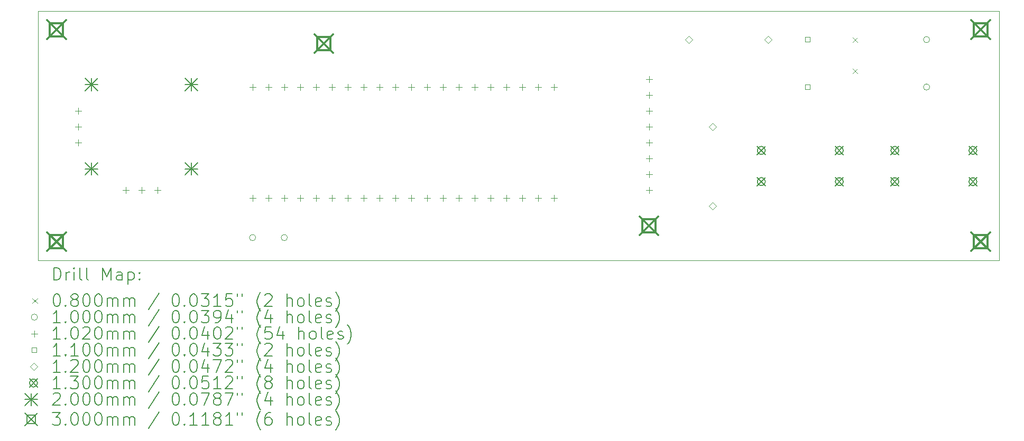
<source format=gbr>
%TF.GenerationSoftware,KiCad,Pcbnew,7.0.10*%
%TF.CreationDate,2024-02-15T20:28:41+01:00*%
%TF.ProjectId,pico_game_console,7069636f-5f67-4616-9d65-5f636f6e736f,rev?*%
%TF.SameCoordinates,Original*%
%TF.FileFunction,Drillmap*%
%TF.FilePolarity,Positive*%
%FSLAX45Y45*%
G04 Gerber Fmt 4.5, Leading zero omitted, Abs format (unit mm)*
G04 Created by KiCad (PCBNEW 7.0.10) date 2024-02-15 20:28:41*
%MOMM*%
%LPD*%
G01*
G04 APERTURE LIST*
%ADD10C,0.100000*%
%ADD11C,0.200000*%
%ADD12C,0.102000*%
%ADD13C,0.110000*%
%ADD14C,0.120000*%
%ADD15C,0.130000*%
%ADD16C,0.300000*%
G04 APERTURE END LIST*
D10*
X3800000Y-1700000D02*
X19200000Y-1700000D01*
X19200000Y-5700000D01*
X3800000Y-5700000D01*
X3800000Y-1700000D01*
D11*
D10*
X16851000Y-2123000D02*
X16931000Y-2203000D01*
X16931000Y-2123000D02*
X16851000Y-2203000D01*
X16851000Y-2623000D02*
X16931000Y-2703000D01*
X16931000Y-2623000D02*
X16851000Y-2703000D01*
X7289000Y-5334000D02*
G75*
G03*
X7189000Y-5334000I-50000J0D01*
G01*
X7189000Y-5334000D02*
G75*
G03*
X7289000Y-5334000I50000J0D01*
G01*
X7797000Y-5334000D02*
G75*
G03*
X7697000Y-5334000I-50000J0D01*
G01*
X7697000Y-5334000D02*
G75*
G03*
X7797000Y-5334000I50000J0D01*
G01*
X18084000Y-2160000D02*
G75*
G03*
X17984000Y-2160000I-50000J0D01*
G01*
X17984000Y-2160000D02*
G75*
G03*
X18084000Y-2160000I50000J0D01*
G01*
X18084000Y-2920000D02*
G75*
G03*
X17984000Y-2920000I-50000J0D01*
G01*
X17984000Y-2920000D02*
G75*
G03*
X18084000Y-2920000I50000J0D01*
G01*
D12*
X4445000Y-3251000D02*
X4445000Y-3353000D01*
X4394000Y-3302000D02*
X4496000Y-3302000D01*
X4445000Y-3505000D02*
X4445000Y-3607000D01*
X4394000Y-3556000D02*
X4496000Y-3556000D01*
X4445000Y-3759000D02*
X4445000Y-3861000D01*
X4394000Y-3810000D02*
X4496000Y-3810000D01*
X5207000Y-4521000D02*
X5207000Y-4623000D01*
X5156000Y-4572000D02*
X5258000Y-4572000D01*
X5461000Y-4521000D02*
X5461000Y-4623000D01*
X5410000Y-4572000D02*
X5512000Y-4572000D01*
X5715000Y-4521000D02*
X5715000Y-4623000D01*
X5664000Y-4572000D02*
X5766000Y-4572000D01*
X7239000Y-2870000D02*
X7239000Y-2972000D01*
X7188000Y-2921000D02*
X7290000Y-2921000D01*
X7239000Y-4648000D02*
X7239000Y-4750000D01*
X7188000Y-4699000D02*
X7290000Y-4699000D01*
X7493000Y-2870000D02*
X7493000Y-2972000D01*
X7442000Y-2921000D02*
X7544000Y-2921000D01*
X7493000Y-4648000D02*
X7493000Y-4750000D01*
X7442000Y-4699000D02*
X7544000Y-4699000D01*
X7747000Y-2870000D02*
X7747000Y-2972000D01*
X7696000Y-2921000D02*
X7798000Y-2921000D01*
X7747000Y-4648000D02*
X7747000Y-4750000D01*
X7696000Y-4699000D02*
X7798000Y-4699000D01*
X8001000Y-2870000D02*
X8001000Y-2972000D01*
X7950000Y-2921000D02*
X8052000Y-2921000D01*
X8001000Y-4648000D02*
X8001000Y-4750000D01*
X7950000Y-4699000D02*
X8052000Y-4699000D01*
X8255000Y-2870000D02*
X8255000Y-2972000D01*
X8204000Y-2921000D02*
X8306000Y-2921000D01*
X8255000Y-4648000D02*
X8255000Y-4750000D01*
X8204000Y-4699000D02*
X8306000Y-4699000D01*
X8509000Y-2870000D02*
X8509000Y-2972000D01*
X8458000Y-2921000D02*
X8560000Y-2921000D01*
X8509000Y-4648000D02*
X8509000Y-4750000D01*
X8458000Y-4699000D02*
X8560000Y-4699000D01*
X8763000Y-2870000D02*
X8763000Y-2972000D01*
X8712000Y-2921000D02*
X8814000Y-2921000D01*
X8763000Y-4648000D02*
X8763000Y-4750000D01*
X8712000Y-4699000D02*
X8814000Y-4699000D01*
X9017000Y-2870000D02*
X9017000Y-2972000D01*
X8966000Y-2921000D02*
X9068000Y-2921000D01*
X9017000Y-4648000D02*
X9017000Y-4750000D01*
X8966000Y-4699000D02*
X9068000Y-4699000D01*
X9271000Y-2870000D02*
X9271000Y-2972000D01*
X9220000Y-2921000D02*
X9322000Y-2921000D01*
X9271000Y-4648000D02*
X9271000Y-4750000D01*
X9220000Y-4699000D02*
X9322000Y-4699000D01*
X9525000Y-2870000D02*
X9525000Y-2972000D01*
X9474000Y-2921000D02*
X9576000Y-2921000D01*
X9525000Y-4648000D02*
X9525000Y-4750000D01*
X9474000Y-4699000D02*
X9576000Y-4699000D01*
X9779000Y-2870000D02*
X9779000Y-2972000D01*
X9728000Y-2921000D02*
X9830000Y-2921000D01*
X9779000Y-4648000D02*
X9779000Y-4750000D01*
X9728000Y-4699000D02*
X9830000Y-4699000D01*
X10033000Y-2870000D02*
X10033000Y-2972000D01*
X9982000Y-2921000D02*
X10084000Y-2921000D01*
X10033000Y-4648000D02*
X10033000Y-4750000D01*
X9982000Y-4699000D02*
X10084000Y-4699000D01*
X10287000Y-2870000D02*
X10287000Y-2972000D01*
X10236000Y-2921000D02*
X10338000Y-2921000D01*
X10287000Y-4648000D02*
X10287000Y-4750000D01*
X10236000Y-4699000D02*
X10338000Y-4699000D01*
X10541000Y-2870000D02*
X10541000Y-2972000D01*
X10490000Y-2921000D02*
X10592000Y-2921000D01*
X10541000Y-4648000D02*
X10541000Y-4750000D01*
X10490000Y-4699000D02*
X10592000Y-4699000D01*
X10795000Y-2870000D02*
X10795000Y-2972000D01*
X10744000Y-2921000D02*
X10846000Y-2921000D01*
X10795000Y-4648000D02*
X10795000Y-4750000D01*
X10744000Y-4699000D02*
X10846000Y-4699000D01*
X11049000Y-2870000D02*
X11049000Y-2972000D01*
X10998000Y-2921000D02*
X11100000Y-2921000D01*
X11049000Y-4648000D02*
X11049000Y-4750000D01*
X10998000Y-4699000D02*
X11100000Y-4699000D01*
X11303000Y-2870000D02*
X11303000Y-2972000D01*
X11252000Y-2921000D02*
X11354000Y-2921000D01*
X11303000Y-4648000D02*
X11303000Y-4750000D01*
X11252000Y-4699000D02*
X11354000Y-4699000D01*
X11557000Y-2870000D02*
X11557000Y-2972000D01*
X11506000Y-2921000D02*
X11608000Y-2921000D01*
X11557000Y-4648000D02*
X11557000Y-4750000D01*
X11506000Y-4699000D02*
X11608000Y-4699000D01*
X11811000Y-2870000D02*
X11811000Y-2972000D01*
X11760000Y-2921000D02*
X11862000Y-2921000D01*
X11811000Y-4648000D02*
X11811000Y-4750000D01*
X11760000Y-4699000D02*
X11862000Y-4699000D01*
X12065000Y-2870000D02*
X12065000Y-2972000D01*
X12014000Y-2921000D02*
X12116000Y-2921000D01*
X12065000Y-4648000D02*
X12065000Y-4750000D01*
X12014000Y-4699000D02*
X12116000Y-4699000D01*
X13589000Y-2743000D02*
X13589000Y-2845000D01*
X13538000Y-2794000D02*
X13640000Y-2794000D01*
X13589000Y-2997000D02*
X13589000Y-3099000D01*
X13538000Y-3048000D02*
X13640000Y-3048000D01*
X13589000Y-3251000D02*
X13589000Y-3353000D01*
X13538000Y-3302000D02*
X13640000Y-3302000D01*
X13589000Y-3505000D02*
X13589000Y-3607000D01*
X13538000Y-3556000D02*
X13640000Y-3556000D01*
X13589000Y-3759000D02*
X13589000Y-3861000D01*
X13538000Y-3810000D02*
X13640000Y-3810000D01*
X13589000Y-4013000D02*
X13589000Y-4115000D01*
X13538000Y-4064000D02*
X13640000Y-4064000D01*
X13589000Y-4267000D02*
X13589000Y-4369000D01*
X13538000Y-4318000D02*
X13640000Y-4318000D01*
X13589000Y-4521000D02*
X13589000Y-4623000D01*
X13538000Y-4572000D02*
X13640000Y-4572000D01*
D13*
X16167891Y-2197891D02*
X16167891Y-2120109D01*
X16090109Y-2120109D01*
X16090109Y-2197891D01*
X16167891Y-2197891D01*
X16167891Y-2959891D02*
X16167891Y-2882109D01*
X16090109Y-2882109D01*
X16090109Y-2959891D01*
X16167891Y-2959891D01*
D14*
X14224000Y-2219000D02*
X14284000Y-2159000D01*
X14224000Y-2099000D01*
X14164000Y-2159000D01*
X14224000Y-2219000D01*
X14605000Y-3616000D02*
X14665000Y-3556000D01*
X14605000Y-3496000D01*
X14545000Y-3556000D01*
X14605000Y-3616000D01*
X14605000Y-4886000D02*
X14665000Y-4826000D01*
X14605000Y-4766000D01*
X14545000Y-4826000D01*
X14605000Y-4886000D01*
X15494000Y-2219000D02*
X15554000Y-2159000D01*
X15494000Y-2099000D01*
X15434000Y-2159000D01*
X15494000Y-2219000D01*
D15*
X15322000Y-3872000D02*
X15452000Y-4002000D01*
X15452000Y-3872000D02*
X15322000Y-4002000D01*
X15452000Y-3937000D02*
G75*
G03*
X15322000Y-3937000I-65000J0D01*
G01*
X15322000Y-3937000D02*
G75*
G03*
X15452000Y-3937000I65000J0D01*
G01*
X15322000Y-4372000D02*
X15452000Y-4502000D01*
X15452000Y-4372000D02*
X15322000Y-4502000D01*
X15452000Y-4437000D02*
G75*
G03*
X15322000Y-4437000I-65000J0D01*
G01*
X15322000Y-4437000D02*
G75*
G03*
X15452000Y-4437000I65000J0D01*
G01*
X16572000Y-3872000D02*
X16702000Y-4002000D01*
X16702000Y-3872000D02*
X16572000Y-4002000D01*
X16702000Y-3937000D02*
G75*
G03*
X16572000Y-3937000I-65000J0D01*
G01*
X16572000Y-3937000D02*
G75*
G03*
X16702000Y-3937000I65000J0D01*
G01*
X16572000Y-4372000D02*
X16702000Y-4502000D01*
X16702000Y-4372000D02*
X16572000Y-4502000D01*
X16702000Y-4437000D02*
G75*
G03*
X16572000Y-4437000I-65000J0D01*
G01*
X16572000Y-4437000D02*
G75*
G03*
X16702000Y-4437000I65000J0D01*
G01*
X17461000Y-3872000D02*
X17591000Y-4002000D01*
X17591000Y-3872000D02*
X17461000Y-4002000D01*
X17591000Y-3937000D02*
G75*
G03*
X17461000Y-3937000I-65000J0D01*
G01*
X17461000Y-3937000D02*
G75*
G03*
X17591000Y-3937000I65000J0D01*
G01*
X17461000Y-4372000D02*
X17591000Y-4502000D01*
X17591000Y-4372000D02*
X17461000Y-4502000D01*
X17591000Y-4437000D02*
G75*
G03*
X17461000Y-4437000I-65000J0D01*
G01*
X17461000Y-4437000D02*
G75*
G03*
X17591000Y-4437000I65000J0D01*
G01*
X18711000Y-3872000D02*
X18841000Y-4002000D01*
X18841000Y-3872000D02*
X18711000Y-4002000D01*
X18841000Y-3937000D02*
G75*
G03*
X18711000Y-3937000I-65000J0D01*
G01*
X18711000Y-3937000D02*
G75*
G03*
X18841000Y-3937000I65000J0D01*
G01*
X18711000Y-4372000D02*
X18841000Y-4502000D01*
X18841000Y-4372000D02*
X18711000Y-4502000D01*
X18841000Y-4437000D02*
G75*
G03*
X18711000Y-4437000I-65000J0D01*
G01*
X18711000Y-4437000D02*
G75*
G03*
X18841000Y-4437000I65000J0D01*
G01*
D11*
X4561000Y-2781000D02*
X4761000Y-2981000D01*
X4761000Y-2781000D02*
X4561000Y-2981000D01*
X4661000Y-2781000D02*
X4661000Y-2981000D01*
X4561000Y-2881000D02*
X4761000Y-2881000D01*
X4561000Y-4131000D02*
X4761000Y-4331000D01*
X4761000Y-4131000D02*
X4561000Y-4331000D01*
X4661000Y-4131000D02*
X4661000Y-4331000D01*
X4561000Y-4231000D02*
X4761000Y-4231000D01*
X6161000Y-2781000D02*
X6361000Y-2981000D01*
X6361000Y-2781000D02*
X6161000Y-2981000D01*
X6261000Y-2781000D02*
X6261000Y-2981000D01*
X6161000Y-2881000D02*
X6361000Y-2881000D01*
X6161000Y-4131000D02*
X6361000Y-4331000D01*
X6361000Y-4131000D02*
X6161000Y-4331000D01*
X6261000Y-4131000D02*
X6261000Y-4331000D01*
X6161000Y-4231000D02*
X6361000Y-4231000D01*
D16*
X3950000Y-1850000D02*
X4250000Y-2150000D01*
X4250000Y-1850000D02*
X3950000Y-2150000D01*
X4206067Y-2106067D02*
X4206067Y-1893933D01*
X3993933Y-1893933D01*
X3993933Y-2106067D01*
X4206067Y-2106067D01*
X3950000Y-5250000D02*
X4250000Y-5550000D01*
X4250000Y-5250000D02*
X3950000Y-5550000D01*
X4206067Y-5506067D02*
X4206067Y-5293933D01*
X3993933Y-5293933D01*
X3993933Y-5506067D01*
X4206067Y-5506067D01*
X8232000Y-2072500D02*
X8532000Y-2372500D01*
X8532000Y-2072500D02*
X8232000Y-2372500D01*
X8488067Y-2328567D02*
X8488067Y-2116433D01*
X8275933Y-2116433D01*
X8275933Y-2328567D01*
X8488067Y-2328567D01*
X13439000Y-4993500D02*
X13739000Y-5293500D01*
X13739000Y-4993500D02*
X13439000Y-5293500D01*
X13695067Y-5249567D02*
X13695067Y-5037433D01*
X13482933Y-5037433D01*
X13482933Y-5249567D01*
X13695067Y-5249567D01*
X18750000Y-1850000D02*
X19050000Y-2150000D01*
X19050000Y-1850000D02*
X18750000Y-2150000D01*
X19006067Y-2106067D02*
X19006067Y-1893933D01*
X18793933Y-1893933D01*
X18793933Y-2106067D01*
X19006067Y-2106067D01*
X18750000Y-5250000D02*
X19050000Y-5550000D01*
X19050000Y-5250000D02*
X18750000Y-5550000D01*
X19006067Y-5506067D02*
X19006067Y-5293933D01*
X18793933Y-5293933D01*
X18793933Y-5506067D01*
X19006067Y-5506067D01*
D11*
X4055777Y-6016484D02*
X4055777Y-5816484D01*
X4055777Y-5816484D02*
X4103396Y-5816484D01*
X4103396Y-5816484D02*
X4131967Y-5826008D01*
X4131967Y-5826008D02*
X4151015Y-5845055D01*
X4151015Y-5845055D02*
X4160539Y-5864103D01*
X4160539Y-5864103D02*
X4170062Y-5902198D01*
X4170062Y-5902198D02*
X4170062Y-5930769D01*
X4170062Y-5930769D02*
X4160539Y-5968865D01*
X4160539Y-5968865D02*
X4151015Y-5987912D01*
X4151015Y-5987912D02*
X4131967Y-6006960D01*
X4131967Y-6006960D02*
X4103396Y-6016484D01*
X4103396Y-6016484D02*
X4055777Y-6016484D01*
X4255777Y-6016484D02*
X4255777Y-5883150D01*
X4255777Y-5921246D02*
X4265301Y-5902198D01*
X4265301Y-5902198D02*
X4274824Y-5892674D01*
X4274824Y-5892674D02*
X4293872Y-5883150D01*
X4293872Y-5883150D02*
X4312920Y-5883150D01*
X4379586Y-6016484D02*
X4379586Y-5883150D01*
X4379586Y-5816484D02*
X4370063Y-5826008D01*
X4370063Y-5826008D02*
X4379586Y-5835531D01*
X4379586Y-5835531D02*
X4389110Y-5826008D01*
X4389110Y-5826008D02*
X4379586Y-5816484D01*
X4379586Y-5816484D02*
X4379586Y-5835531D01*
X4503396Y-6016484D02*
X4484348Y-6006960D01*
X4484348Y-6006960D02*
X4474824Y-5987912D01*
X4474824Y-5987912D02*
X4474824Y-5816484D01*
X4608158Y-6016484D02*
X4589110Y-6006960D01*
X4589110Y-6006960D02*
X4579586Y-5987912D01*
X4579586Y-5987912D02*
X4579586Y-5816484D01*
X4836729Y-6016484D02*
X4836729Y-5816484D01*
X4836729Y-5816484D02*
X4903396Y-5959341D01*
X4903396Y-5959341D02*
X4970063Y-5816484D01*
X4970063Y-5816484D02*
X4970063Y-6016484D01*
X5151015Y-6016484D02*
X5151015Y-5911722D01*
X5151015Y-5911722D02*
X5141491Y-5892674D01*
X5141491Y-5892674D02*
X5122444Y-5883150D01*
X5122444Y-5883150D02*
X5084348Y-5883150D01*
X5084348Y-5883150D02*
X5065301Y-5892674D01*
X5151015Y-6006960D02*
X5131967Y-6016484D01*
X5131967Y-6016484D02*
X5084348Y-6016484D01*
X5084348Y-6016484D02*
X5065301Y-6006960D01*
X5065301Y-6006960D02*
X5055777Y-5987912D01*
X5055777Y-5987912D02*
X5055777Y-5968865D01*
X5055777Y-5968865D02*
X5065301Y-5949817D01*
X5065301Y-5949817D02*
X5084348Y-5940293D01*
X5084348Y-5940293D02*
X5131967Y-5940293D01*
X5131967Y-5940293D02*
X5151015Y-5930769D01*
X5246253Y-5883150D02*
X5246253Y-6083150D01*
X5246253Y-5892674D02*
X5265301Y-5883150D01*
X5265301Y-5883150D02*
X5303396Y-5883150D01*
X5303396Y-5883150D02*
X5322444Y-5892674D01*
X5322444Y-5892674D02*
X5331967Y-5902198D01*
X5331967Y-5902198D02*
X5341491Y-5921246D01*
X5341491Y-5921246D02*
X5341491Y-5978388D01*
X5341491Y-5978388D02*
X5331967Y-5997436D01*
X5331967Y-5997436D02*
X5322444Y-6006960D01*
X5322444Y-6006960D02*
X5303396Y-6016484D01*
X5303396Y-6016484D02*
X5265301Y-6016484D01*
X5265301Y-6016484D02*
X5246253Y-6006960D01*
X5427205Y-5997436D02*
X5436729Y-6006960D01*
X5436729Y-6006960D02*
X5427205Y-6016484D01*
X5427205Y-6016484D02*
X5417682Y-6006960D01*
X5417682Y-6006960D02*
X5427205Y-5997436D01*
X5427205Y-5997436D02*
X5427205Y-6016484D01*
X5427205Y-5892674D02*
X5436729Y-5902198D01*
X5436729Y-5902198D02*
X5427205Y-5911722D01*
X5427205Y-5911722D02*
X5417682Y-5902198D01*
X5417682Y-5902198D02*
X5427205Y-5892674D01*
X5427205Y-5892674D02*
X5427205Y-5911722D01*
D10*
X3715000Y-6305000D02*
X3795000Y-6385000D01*
X3795000Y-6305000D02*
X3715000Y-6385000D01*
D11*
X4093872Y-6236484D02*
X4112920Y-6236484D01*
X4112920Y-6236484D02*
X4131967Y-6246008D01*
X4131967Y-6246008D02*
X4141491Y-6255531D01*
X4141491Y-6255531D02*
X4151015Y-6274579D01*
X4151015Y-6274579D02*
X4160539Y-6312674D01*
X4160539Y-6312674D02*
X4160539Y-6360293D01*
X4160539Y-6360293D02*
X4151015Y-6398388D01*
X4151015Y-6398388D02*
X4141491Y-6417436D01*
X4141491Y-6417436D02*
X4131967Y-6426960D01*
X4131967Y-6426960D02*
X4112920Y-6436484D01*
X4112920Y-6436484D02*
X4093872Y-6436484D01*
X4093872Y-6436484D02*
X4074824Y-6426960D01*
X4074824Y-6426960D02*
X4065301Y-6417436D01*
X4065301Y-6417436D02*
X4055777Y-6398388D01*
X4055777Y-6398388D02*
X4046253Y-6360293D01*
X4046253Y-6360293D02*
X4046253Y-6312674D01*
X4046253Y-6312674D02*
X4055777Y-6274579D01*
X4055777Y-6274579D02*
X4065301Y-6255531D01*
X4065301Y-6255531D02*
X4074824Y-6246008D01*
X4074824Y-6246008D02*
X4093872Y-6236484D01*
X4246253Y-6417436D02*
X4255777Y-6426960D01*
X4255777Y-6426960D02*
X4246253Y-6436484D01*
X4246253Y-6436484D02*
X4236729Y-6426960D01*
X4236729Y-6426960D02*
X4246253Y-6417436D01*
X4246253Y-6417436D02*
X4246253Y-6436484D01*
X4370063Y-6322198D02*
X4351015Y-6312674D01*
X4351015Y-6312674D02*
X4341491Y-6303150D01*
X4341491Y-6303150D02*
X4331967Y-6284103D01*
X4331967Y-6284103D02*
X4331967Y-6274579D01*
X4331967Y-6274579D02*
X4341491Y-6255531D01*
X4341491Y-6255531D02*
X4351015Y-6246008D01*
X4351015Y-6246008D02*
X4370063Y-6236484D01*
X4370063Y-6236484D02*
X4408158Y-6236484D01*
X4408158Y-6236484D02*
X4427205Y-6246008D01*
X4427205Y-6246008D02*
X4436729Y-6255531D01*
X4436729Y-6255531D02*
X4446253Y-6274579D01*
X4446253Y-6274579D02*
X4446253Y-6284103D01*
X4446253Y-6284103D02*
X4436729Y-6303150D01*
X4436729Y-6303150D02*
X4427205Y-6312674D01*
X4427205Y-6312674D02*
X4408158Y-6322198D01*
X4408158Y-6322198D02*
X4370063Y-6322198D01*
X4370063Y-6322198D02*
X4351015Y-6331722D01*
X4351015Y-6331722D02*
X4341491Y-6341246D01*
X4341491Y-6341246D02*
X4331967Y-6360293D01*
X4331967Y-6360293D02*
X4331967Y-6398388D01*
X4331967Y-6398388D02*
X4341491Y-6417436D01*
X4341491Y-6417436D02*
X4351015Y-6426960D01*
X4351015Y-6426960D02*
X4370063Y-6436484D01*
X4370063Y-6436484D02*
X4408158Y-6436484D01*
X4408158Y-6436484D02*
X4427205Y-6426960D01*
X4427205Y-6426960D02*
X4436729Y-6417436D01*
X4436729Y-6417436D02*
X4446253Y-6398388D01*
X4446253Y-6398388D02*
X4446253Y-6360293D01*
X4446253Y-6360293D02*
X4436729Y-6341246D01*
X4436729Y-6341246D02*
X4427205Y-6331722D01*
X4427205Y-6331722D02*
X4408158Y-6322198D01*
X4570063Y-6236484D02*
X4589110Y-6236484D01*
X4589110Y-6236484D02*
X4608158Y-6246008D01*
X4608158Y-6246008D02*
X4617682Y-6255531D01*
X4617682Y-6255531D02*
X4627205Y-6274579D01*
X4627205Y-6274579D02*
X4636729Y-6312674D01*
X4636729Y-6312674D02*
X4636729Y-6360293D01*
X4636729Y-6360293D02*
X4627205Y-6398388D01*
X4627205Y-6398388D02*
X4617682Y-6417436D01*
X4617682Y-6417436D02*
X4608158Y-6426960D01*
X4608158Y-6426960D02*
X4589110Y-6436484D01*
X4589110Y-6436484D02*
X4570063Y-6436484D01*
X4570063Y-6436484D02*
X4551015Y-6426960D01*
X4551015Y-6426960D02*
X4541491Y-6417436D01*
X4541491Y-6417436D02*
X4531967Y-6398388D01*
X4531967Y-6398388D02*
X4522444Y-6360293D01*
X4522444Y-6360293D02*
X4522444Y-6312674D01*
X4522444Y-6312674D02*
X4531967Y-6274579D01*
X4531967Y-6274579D02*
X4541491Y-6255531D01*
X4541491Y-6255531D02*
X4551015Y-6246008D01*
X4551015Y-6246008D02*
X4570063Y-6236484D01*
X4760539Y-6236484D02*
X4779586Y-6236484D01*
X4779586Y-6236484D02*
X4798634Y-6246008D01*
X4798634Y-6246008D02*
X4808158Y-6255531D01*
X4808158Y-6255531D02*
X4817682Y-6274579D01*
X4817682Y-6274579D02*
X4827205Y-6312674D01*
X4827205Y-6312674D02*
X4827205Y-6360293D01*
X4827205Y-6360293D02*
X4817682Y-6398388D01*
X4817682Y-6398388D02*
X4808158Y-6417436D01*
X4808158Y-6417436D02*
X4798634Y-6426960D01*
X4798634Y-6426960D02*
X4779586Y-6436484D01*
X4779586Y-6436484D02*
X4760539Y-6436484D01*
X4760539Y-6436484D02*
X4741491Y-6426960D01*
X4741491Y-6426960D02*
X4731967Y-6417436D01*
X4731967Y-6417436D02*
X4722444Y-6398388D01*
X4722444Y-6398388D02*
X4712920Y-6360293D01*
X4712920Y-6360293D02*
X4712920Y-6312674D01*
X4712920Y-6312674D02*
X4722444Y-6274579D01*
X4722444Y-6274579D02*
X4731967Y-6255531D01*
X4731967Y-6255531D02*
X4741491Y-6246008D01*
X4741491Y-6246008D02*
X4760539Y-6236484D01*
X4912920Y-6436484D02*
X4912920Y-6303150D01*
X4912920Y-6322198D02*
X4922444Y-6312674D01*
X4922444Y-6312674D02*
X4941491Y-6303150D01*
X4941491Y-6303150D02*
X4970063Y-6303150D01*
X4970063Y-6303150D02*
X4989110Y-6312674D01*
X4989110Y-6312674D02*
X4998634Y-6331722D01*
X4998634Y-6331722D02*
X4998634Y-6436484D01*
X4998634Y-6331722D02*
X5008158Y-6312674D01*
X5008158Y-6312674D02*
X5027205Y-6303150D01*
X5027205Y-6303150D02*
X5055777Y-6303150D01*
X5055777Y-6303150D02*
X5074825Y-6312674D01*
X5074825Y-6312674D02*
X5084348Y-6331722D01*
X5084348Y-6331722D02*
X5084348Y-6436484D01*
X5179586Y-6436484D02*
X5179586Y-6303150D01*
X5179586Y-6322198D02*
X5189110Y-6312674D01*
X5189110Y-6312674D02*
X5208158Y-6303150D01*
X5208158Y-6303150D02*
X5236729Y-6303150D01*
X5236729Y-6303150D02*
X5255777Y-6312674D01*
X5255777Y-6312674D02*
X5265301Y-6331722D01*
X5265301Y-6331722D02*
X5265301Y-6436484D01*
X5265301Y-6331722D02*
X5274825Y-6312674D01*
X5274825Y-6312674D02*
X5293872Y-6303150D01*
X5293872Y-6303150D02*
X5322444Y-6303150D01*
X5322444Y-6303150D02*
X5341491Y-6312674D01*
X5341491Y-6312674D02*
X5351015Y-6331722D01*
X5351015Y-6331722D02*
X5351015Y-6436484D01*
X5741491Y-6226960D02*
X5570063Y-6484103D01*
X5998634Y-6236484D02*
X6017682Y-6236484D01*
X6017682Y-6236484D02*
X6036729Y-6246008D01*
X6036729Y-6246008D02*
X6046253Y-6255531D01*
X6046253Y-6255531D02*
X6055777Y-6274579D01*
X6055777Y-6274579D02*
X6065301Y-6312674D01*
X6065301Y-6312674D02*
X6065301Y-6360293D01*
X6065301Y-6360293D02*
X6055777Y-6398388D01*
X6055777Y-6398388D02*
X6046253Y-6417436D01*
X6046253Y-6417436D02*
X6036729Y-6426960D01*
X6036729Y-6426960D02*
X6017682Y-6436484D01*
X6017682Y-6436484D02*
X5998634Y-6436484D01*
X5998634Y-6436484D02*
X5979586Y-6426960D01*
X5979586Y-6426960D02*
X5970063Y-6417436D01*
X5970063Y-6417436D02*
X5960539Y-6398388D01*
X5960539Y-6398388D02*
X5951015Y-6360293D01*
X5951015Y-6360293D02*
X5951015Y-6312674D01*
X5951015Y-6312674D02*
X5960539Y-6274579D01*
X5960539Y-6274579D02*
X5970063Y-6255531D01*
X5970063Y-6255531D02*
X5979586Y-6246008D01*
X5979586Y-6246008D02*
X5998634Y-6236484D01*
X6151015Y-6417436D02*
X6160539Y-6426960D01*
X6160539Y-6426960D02*
X6151015Y-6436484D01*
X6151015Y-6436484D02*
X6141491Y-6426960D01*
X6141491Y-6426960D02*
X6151015Y-6417436D01*
X6151015Y-6417436D02*
X6151015Y-6436484D01*
X6284348Y-6236484D02*
X6303396Y-6236484D01*
X6303396Y-6236484D02*
X6322444Y-6246008D01*
X6322444Y-6246008D02*
X6331967Y-6255531D01*
X6331967Y-6255531D02*
X6341491Y-6274579D01*
X6341491Y-6274579D02*
X6351015Y-6312674D01*
X6351015Y-6312674D02*
X6351015Y-6360293D01*
X6351015Y-6360293D02*
X6341491Y-6398388D01*
X6341491Y-6398388D02*
X6331967Y-6417436D01*
X6331967Y-6417436D02*
X6322444Y-6426960D01*
X6322444Y-6426960D02*
X6303396Y-6436484D01*
X6303396Y-6436484D02*
X6284348Y-6436484D01*
X6284348Y-6436484D02*
X6265301Y-6426960D01*
X6265301Y-6426960D02*
X6255777Y-6417436D01*
X6255777Y-6417436D02*
X6246253Y-6398388D01*
X6246253Y-6398388D02*
X6236729Y-6360293D01*
X6236729Y-6360293D02*
X6236729Y-6312674D01*
X6236729Y-6312674D02*
X6246253Y-6274579D01*
X6246253Y-6274579D02*
X6255777Y-6255531D01*
X6255777Y-6255531D02*
X6265301Y-6246008D01*
X6265301Y-6246008D02*
X6284348Y-6236484D01*
X6417682Y-6236484D02*
X6541491Y-6236484D01*
X6541491Y-6236484D02*
X6474825Y-6312674D01*
X6474825Y-6312674D02*
X6503396Y-6312674D01*
X6503396Y-6312674D02*
X6522444Y-6322198D01*
X6522444Y-6322198D02*
X6531967Y-6331722D01*
X6531967Y-6331722D02*
X6541491Y-6350769D01*
X6541491Y-6350769D02*
X6541491Y-6398388D01*
X6541491Y-6398388D02*
X6531967Y-6417436D01*
X6531967Y-6417436D02*
X6522444Y-6426960D01*
X6522444Y-6426960D02*
X6503396Y-6436484D01*
X6503396Y-6436484D02*
X6446253Y-6436484D01*
X6446253Y-6436484D02*
X6427206Y-6426960D01*
X6427206Y-6426960D02*
X6417682Y-6417436D01*
X6731967Y-6436484D02*
X6617682Y-6436484D01*
X6674825Y-6436484D02*
X6674825Y-6236484D01*
X6674825Y-6236484D02*
X6655777Y-6265055D01*
X6655777Y-6265055D02*
X6636729Y-6284103D01*
X6636729Y-6284103D02*
X6617682Y-6293627D01*
X6912920Y-6236484D02*
X6817682Y-6236484D01*
X6817682Y-6236484D02*
X6808158Y-6331722D01*
X6808158Y-6331722D02*
X6817682Y-6322198D01*
X6817682Y-6322198D02*
X6836729Y-6312674D01*
X6836729Y-6312674D02*
X6884348Y-6312674D01*
X6884348Y-6312674D02*
X6903396Y-6322198D01*
X6903396Y-6322198D02*
X6912920Y-6331722D01*
X6912920Y-6331722D02*
X6922444Y-6350769D01*
X6922444Y-6350769D02*
X6922444Y-6398388D01*
X6922444Y-6398388D02*
X6912920Y-6417436D01*
X6912920Y-6417436D02*
X6903396Y-6426960D01*
X6903396Y-6426960D02*
X6884348Y-6436484D01*
X6884348Y-6436484D02*
X6836729Y-6436484D01*
X6836729Y-6436484D02*
X6817682Y-6426960D01*
X6817682Y-6426960D02*
X6808158Y-6417436D01*
X6998634Y-6236484D02*
X6998634Y-6274579D01*
X7074825Y-6236484D02*
X7074825Y-6274579D01*
X7370063Y-6512674D02*
X7360539Y-6503150D01*
X7360539Y-6503150D02*
X7341491Y-6474579D01*
X7341491Y-6474579D02*
X7331968Y-6455531D01*
X7331968Y-6455531D02*
X7322444Y-6426960D01*
X7322444Y-6426960D02*
X7312920Y-6379341D01*
X7312920Y-6379341D02*
X7312920Y-6341246D01*
X7312920Y-6341246D02*
X7322444Y-6293627D01*
X7322444Y-6293627D02*
X7331968Y-6265055D01*
X7331968Y-6265055D02*
X7341491Y-6246008D01*
X7341491Y-6246008D02*
X7360539Y-6217436D01*
X7360539Y-6217436D02*
X7370063Y-6207912D01*
X7436729Y-6255531D02*
X7446253Y-6246008D01*
X7446253Y-6246008D02*
X7465301Y-6236484D01*
X7465301Y-6236484D02*
X7512920Y-6236484D01*
X7512920Y-6236484D02*
X7531968Y-6246008D01*
X7531968Y-6246008D02*
X7541491Y-6255531D01*
X7541491Y-6255531D02*
X7551015Y-6274579D01*
X7551015Y-6274579D02*
X7551015Y-6293627D01*
X7551015Y-6293627D02*
X7541491Y-6322198D01*
X7541491Y-6322198D02*
X7427206Y-6436484D01*
X7427206Y-6436484D02*
X7551015Y-6436484D01*
X7789110Y-6436484D02*
X7789110Y-6236484D01*
X7874825Y-6436484D02*
X7874825Y-6331722D01*
X7874825Y-6331722D02*
X7865301Y-6312674D01*
X7865301Y-6312674D02*
X7846253Y-6303150D01*
X7846253Y-6303150D02*
X7817682Y-6303150D01*
X7817682Y-6303150D02*
X7798634Y-6312674D01*
X7798634Y-6312674D02*
X7789110Y-6322198D01*
X7998634Y-6436484D02*
X7979587Y-6426960D01*
X7979587Y-6426960D02*
X7970063Y-6417436D01*
X7970063Y-6417436D02*
X7960539Y-6398388D01*
X7960539Y-6398388D02*
X7960539Y-6341246D01*
X7960539Y-6341246D02*
X7970063Y-6322198D01*
X7970063Y-6322198D02*
X7979587Y-6312674D01*
X7979587Y-6312674D02*
X7998634Y-6303150D01*
X7998634Y-6303150D02*
X8027206Y-6303150D01*
X8027206Y-6303150D02*
X8046253Y-6312674D01*
X8046253Y-6312674D02*
X8055777Y-6322198D01*
X8055777Y-6322198D02*
X8065301Y-6341246D01*
X8065301Y-6341246D02*
X8065301Y-6398388D01*
X8065301Y-6398388D02*
X8055777Y-6417436D01*
X8055777Y-6417436D02*
X8046253Y-6426960D01*
X8046253Y-6426960D02*
X8027206Y-6436484D01*
X8027206Y-6436484D02*
X7998634Y-6436484D01*
X8179587Y-6436484D02*
X8160539Y-6426960D01*
X8160539Y-6426960D02*
X8151015Y-6407912D01*
X8151015Y-6407912D02*
X8151015Y-6236484D01*
X8331968Y-6426960D02*
X8312920Y-6436484D01*
X8312920Y-6436484D02*
X8274825Y-6436484D01*
X8274825Y-6436484D02*
X8255777Y-6426960D01*
X8255777Y-6426960D02*
X8246253Y-6407912D01*
X8246253Y-6407912D02*
X8246253Y-6331722D01*
X8246253Y-6331722D02*
X8255777Y-6312674D01*
X8255777Y-6312674D02*
X8274825Y-6303150D01*
X8274825Y-6303150D02*
X8312920Y-6303150D01*
X8312920Y-6303150D02*
X8331968Y-6312674D01*
X8331968Y-6312674D02*
X8341491Y-6331722D01*
X8341491Y-6331722D02*
X8341491Y-6350769D01*
X8341491Y-6350769D02*
X8246253Y-6369817D01*
X8417682Y-6426960D02*
X8436730Y-6436484D01*
X8436730Y-6436484D02*
X8474825Y-6436484D01*
X8474825Y-6436484D02*
X8493873Y-6426960D01*
X8493873Y-6426960D02*
X8503396Y-6407912D01*
X8503396Y-6407912D02*
X8503396Y-6398388D01*
X8503396Y-6398388D02*
X8493873Y-6379341D01*
X8493873Y-6379341D02*
X8474825Y-6369817D01*
X8474825Y-6369817D02*
X8446253Y-6369817D01*
X8446253Y-6369817D02*
X8427206Y-6360293D01*
X8427206Y-6360293D02*
X8417682Y-6341246D01*
X8417682Y-6341246D02*
X8417682Y-6331722D01*
X8417682Y-6331722D02*
X8427206Y-6312674D01*
X8427206Y-6312674D02*
X8446253Y-6303150D01*
X8446253Y-6303150D02*
X8474825Y-6303150D01*
X8474825Y-6303150D02*
X8493873Y-6312674D01*
X8570063Y-6512674D02*
X8579587Y-6503150D01*
X8579587Y-6503150D02*
X8598634Y-6474579D01*
X8598634Y-6474579D02*
X8608158Y-6455531D01*
X8608158Y-6455531D02*
X8617682Y-6426960D01*
X8617682Y-6426960D02*
X8627206Y-6379341D01*
X8627206Y-6379341D02*
X8627206Y-6341246D01*
X8627206Y-6341246D02*
X8617682Y-6293627D01*
X8617682Y-6293627D02*
X8608158Y-6265055D01*
X8608158Y-6265055D02*
X8598634Y-6246008D01*
X8598634Y-6246008D02*
X8579587Y-6217436D01*
X8579587Y-6217436D02*
X8570063Y-6207912D01*
D10*
X3795000Y-6609000D02*
G75*
G03*
X3695000Y-6609000I-50000J0D01*
G01*
X3695000Y-6609000D02*
G75*
G03*
X3795000Y-6609000I50000J0D01*
G01*
D11*
X4160539Y-6700484D02*
X4046253Y-6700484D01*
X4103396Y-6700484D02*
X4103396Y-6500484D01*
X4103396Y-6500484D02*
X4084348Y-6529055D01*
X4084348Y-6529055D02*
X4065301Y-6548103D01*
X4065301Y-6548103D02*
X4046253Y-6557627D01*
X4246253Y-6681436D02*
X4255777Y-6690960D01*
X4255777Y-6690960D02*
X4246253Y-6700484D01*
X4246253Y-6700484D02*
X4236729Y-6690960D01*
X4236729Y-6690960D02*
X4246253Y-6681436D01*
X4246253Y-6681436D02*
X4246253Y-6700484D01*
X4379586Y-6500484D02*
X4398634Y-6500484D01*
X4398634Y-6500484D02*
X4417682Y-6510008D01*
X4417682Y-6510008D02*
X4427205Y-6519531D01*
X4427205Y-6519531D02*
X4436729Y-6538579D01*
X4436729Y-6538579D02*
X4446253Y-6576674D01*
X4446253Y-6576674D02*
X4446253Y-6624293D01*
X4446253Y-6624293D02*
X4436729Y-6662388D01*
X4436729Y-6662388D02*
X4427205Y-6681436D01*
X4427205Y-6681436D02*
X4417682Y-6690960D01*
X4417682Y-6690960D02*
X4398634Y-6700484D01*
X4398634Y-6700484D02*
X4379586Y-6700484D01*
X4379586Y-6700484D02*
X4360539Y-6690960D01*
X4360539Y-6690960D02*
X4351015Y-6681436D01*
X4351015Y-6681436D02*
X4341491Y-6662388D01*
X4341491Y-6662388D02*
X4331967Y-6624293D01*
X4331967Y-6624293D02*
X4331967Y-6576674D01*
X4331967Y-6576674D02*
X4341491Y-6538579D01*
X4341491Y-6538579D02*
X4351015Y-6519531D01*
X4351015Y-6519531D02*
X4360539Y-6510008D01*
X4360539Y-6510008D02*
X4379586Y-6500484D01*
X4570063Y-6500484D02*
X4589110Y-6500484D01*
X4589110Y-6500484D02*
X4608158Y-6510008D01*
X4608158Y-6510008D02*
X4617682Y-6519531D01*
X4617682Y-6519531D02*
X4627205Y-6538579D01*
X4627205Y-6538579D02*
X4636729Y-6576674D01*
X4636729Y-6576674D02*
X4636729Y-6624293D01*
X4636729Y-6624293D02*
X4627205Y-6662388D01*
X4627205Y-6662388D02*
X4617682Y-6681436D01*
X4617682Y-6681436D02*
X4608158Y-6690960D01*
X4608158Y-6690960D02*
X4589110Y-6700484D01*
X4589110Y-6700484D02*
X4570063Y-6700484D01*
X4570063Y-6700484D02*
X4551015Y-6690960D01*
X4551015Y-6690960D02*
X4541491Y-6681436D01*
X4541491Y-6681436D02*
X4531967Y-6662388D01*
X4531967Y-6662388D02*
X4522444Y-6624293D01*
X4522444Y-6624293D02*
X4522444Y-6576674D01*
X4522444Y-6576674D02*
X4531967Y-6538579D01*
X4531967Y-6538579D02*
X4541491Y-6519531D01*
X4541491Y-6519531D02*
X4551015Y-6510008D01*
X4551015Y-6510008D02*
X4570063Y-6500484D01*
X4760539Y-6500484D02*
X4779586Y-6500484D01*
X4779586Y-6500484D02*
X4798634Y-6510008D01*
X4798634Y-6510008D02*
X4808158Y-6519531D01*
X4808158Y-6519531D02*
X4817682Y-6538579D01*
X4817682Y-6538579D02*
X4827205Y-6576674D01*
X4827205Y-6576674D02*
X4827205Y-6624293D01*
X4827205Y-6624293D02*
X4817682Y-6662388D01*
X4817682Y-6662388D02*
X4808158Y-6681436D01*
X4808158Y-6681436D02*
X4798634Y-6690960D01*
X4798634Y-6690960D02*
X4779586Y-6700484D01*
X4779586Y-6700484D02*
X4760539Y-6700484D01*
X4760539Y-6700484D02*
X4741491Y-6690960D01*
X4741491Y-6690960D02*
X4731967Y-6681436D01*
X4731967Y-6681436D02*
X4722444Y-6662388D01*
X4722444Y-6662388D02*
X4712920Y-6624293D01*
X4712920Y-6624293D02*
X4712920Y-6576674D01*
X4712920Y-6576674D02*
X4722444Y-6538579D01*
X4722444Y-6538579D02*
X4731967Y-6519531D01*
X4731967Y-6519531D02*
X4741491Y-6510008D01*
X4741491Y-6510008D02*
X4760539Y-6500484D01*
X4912920Y-6700484D02*
X4912920Y-6567150D01*
X4912920Y-6586198D02*
X4922444Y-6576674D01*
X4922444Y-6576674D02*
X4941491Y-6567150D01*
X4941491Y-6567150D02*
X4970063Y-6567150D01*
X4970063Y-6567150D02*
X4989110Y-6576674D01*
X4989110Y-6576674D02*
X4998634Y-6595722D01*
X4998634Y-6595722D02*
X4998634Y-6700484D01*
X4998634Y-6595722D02*
X5008158Y-6576674D01*
X5008158Y-6576674D02*
X5027205Y-6567150D01*
X5027205Y-6567150D02*
X5055777Y-6567150D01*
X5055777Y-6567150D02*
X5074825Y-6576674D01*
X5074825Y-6576674D02*
X5084348Y-6595722D01*
X5084348Y-6595722D02*
X5084348Y-6700484D01*
X5179586Y-6700484D02*
X5179586Y-6567150D01*
X5179586Y-6586198D02*
X5189110Y-6576674D01*
X5189110Y-6576674D02*
X5208158Y-6567150D01*
X5208158Y-6567150D02*
X5236729Y-6567150D01*
X5236729Y-6567150D02*
X5255777Y-6576674D01*
X5255777Y-6576674D02*
X5265301Y-6595722D01*
X5265301Y-6595722D02*
X5265301Y-6700484D01*
X5265301Y-6595722D02*
X5274825Y-6576674D01*
X5274825Y-6576674D02*
X5293872Y-6567150D01*
X5293872Y-6567150D02*
X5322444Y-6567150D01*
X5322444Y-6567150D02*
X5341491Y-6576674D01*
X5341491Y-6576674D02*
X5351015Y-6595722D01*
X5351015Y-6595722D02*
X5351015Y-6700484D01*
X5741491Y-6490960D02*
X5570063Y-6748103D01*
X5998634Y-6500484D02*
X6017682Y-6500484D01*
X6017682Y-6500484D02*
X6036729Y-6510008D01*
X6036729Y-6510008D02*
X6046253Y-6519531D01*
X6046253Y-6519531D02*
X6055777Y-6538579D01*
X6055777Y-6538579D02*
X6065301Y-6576674D01*
X6065301Y-6576674D02*
X6065301Y-6624293D01*
X6065301Y-6624293D02*
X6055777Y-6662388D01*
X6055777Y-6662388D02*
X6046253Y-6681436D01*
X6046253Y-6681436D02*
X6036729Y-6690960D01*
X6036729Y-6690960D02*
X6017682Y-6700484D01*
X6017682Y-6700484D02*
X5998634Y-6700484D01*
X5998634Y-6700484D02*
X5979586Y-6690960D01*
X5979586Y-6690960D02*
X5970063Y-6681436D01*
X5970063Y-6681436D02*
X5960539Y-6662388D01*
X5960539Y-6662388D02*
X5951015Y-6624293D01*
X5951015Y-6624293D02*
X5951015Y-6576674D01*
X5951015Y-6576674D02*
X5960539Y-6538579D01*
X5960539Y-6538579D02*
X5970063Y-6519531D01*
X5970063Y-6519531D02*
X5979586Y-6510008D01*
X5979586Y-6510008D02*
X5998634Y-6500484D01*
X6151015Y-6681436D02*
X6160539Y-6690960D01*
X6160539Y-6690960D02*
X6151015Y-6700484D01*
X6151015Y-6700484D02*
X6141491Y-6690960D01*
X6141491Y-6690960D02*
X6151015Y-6681436D01*
X6151015Y-6681436D02*
X6151015Y-6700484D01*
X6284348Y-6500484D02*
X6303396Y-6500484D01*
X6303396Y-6500484D02*
X6322444Y-6510008D01*
X6322444Y-6510008D02*
X6331967Y-6519531D01*
X6331967Y-6519531D02*
X6341491Y-6538579D01*
X6341491Y-6538579D02*
X6351015Y-6576674D01*
X6351015Y-6576674D02*
X6351015Y-6624293D01*
X6351015Y-6624293D02*
X6341491Y-6662388D01*
X6341491Y-6662388D02*
X6331967Y-6681436D01*
X6331967Y-6681436D02*
X6322444Y-6690960D01*
X6322444Y-6690960D02*
X6303396Y-6700484D01*
X6303396Y-6700484D02*
X6284348Y-6700484D01*
X6284348Y-6700484D02*
X6265301Y-6690960D01*
X6265301Y-6690960D02*
X6255777Y-6681436D01*
X6255777Y-6681436D02*
X6246253Y-6662388D01*
X6246253Y-6662388D02*
X6236729Y-6624293D01*
X6236729Y-6624293D02*
X6236729Y-6576674D01*
X6236729Y-6576674D02*
X6246253Y-6538579D01*
X6246253Y-6538579D02*
X6255777Y-6519531D01*
X6255777Y-6519531D02*
X6265301Y-6510008D01*
X6265301Y-6510008D02*
X6284348Y-6500484D01*
X6417682Y-6500484D02*
X6541491Y-6500484D01*
X6541491Y-6500484D02*
X6474825Y-6576674D01*
X6474825Y-6576674D02*
X6503396Y-6576674D01*
X6503396Y-6576674D02*
X6522444Y-6586198D01*
X6522444Y-6586198D02*
X6531967Y-6595722D01*
X6531967Y-6595722D02*
X6541491Y-6614769D01*
X6541491Y-6614769D02*
X6541491Y-6662388D01*
X6541491Y-6662388D02*
X6531967Y-6681436D01*
X6531967Y-6681436D02*
X6522444Y-6690960D01*
X6522444Y-6690960D02*
X6503396Y-6700484D01*
X6503396Y-6700484D02*
X6446253Y-6700484D01*
X6446253Y-6700484D02*
X6427206Y-6690960D01*
X6427206Y-6690960D02*
X6417682Y-6681436D01*
X6636729Y-6700484D02*
X6674825Y-6700484D01*
X6674825Y-6700484D02*
X6693872Y-6690960D01*
X6693872Y-6690960D02*
X6703396Y-6681436D01*
X6703396Y-6681436D02*
X6722444Y-6652865D01*
X6722444Y-6652865D02*
X6731967Y-6614769D01*
X6731967Y-6614769D02*
X6731967Y-6538579D01*
X6731967Y-6538579D02*
X6722444Y-6519531D01*
X6722444Y-6519531D02*
X6712920Y-6510008D01*
X6712920Y-6510008D02*
X6693872Y-6500484D01*
X6693872Y-6500484D02*
X6655777Y-6500484D01*
X6655777Y-6500484D02*
X6636729Y-6510008D01*
X6636729Y-6510008D02*
X6627206Y-6519531D01*
X6627206Y-6519531D02*
X6617682Y-6538579D01*
X6617682Y-6538579D02*
X6617682Y-6586198D01*
X6617682Y-6586198D02*
X6627206Y-6605246D01*
X6627206Y-6605246D02*
X6636729Y-6614769D01*
X6636729Y-6614769D02*
X6655777Y-6624293D01*
X6655777Y-6624293D02*
X6693872Y-6624293D01*
X6693872Y-6624293D02*
X6712920Y-6614769D01*
X6712920Y-6614769D02*
X6722444Y-6605246D01*
X6722444Y-6605246D02*
X6731967Y-6586198D01*
X6903396Y-6567150D02*
X6903396Y-6700484D01*
X6855777Y-6490960D02*
X6808158Y-6633817D01*
X6808158Y-6633817D02*
X6931967Y-6633817D01*
X6998634Y-6500484D02*
X6998634Y-6538579D01*
X7074825Y-6500484D02*
X7074825Y-6538579D01*
X7370063Y-6776674D02*
X7360539Y-6767150D01*
X7360539Y-6767150D02*
X7341491Y-6738579D01*
X7341491Y-6738579D02*
X7331968Y-6719531D01*
X7331968Y-6719531D02*
X7322444Y-6690960D01*
X7322444Y-6690960D02*
X7312920Y-6643341D01*
X7312920Y-6643341D02*
X7312920Y-6605246D01*
X7312920Y-6605246D02*
X7322444Y-6557627D01*
X7322444Y-6557627D02*
X7331968Y-6529055D01*
X7331968Y-6529055D02*
X7341491Y-6510008D01*
X7341491Y-6510008D02*
X7360539Y-6481436D01*
X7360539Y-6481436D02*
X7370063Y-6471912D01*
X7531968Y-6567150D02*
X7531968Y-6700484D01*
X7484348Y-6490960D02*
X7436729Y-6633817D01*
X7436729Y-6633817D02*
X7560539Y-6633817D01*
X7789110Y-6700484D02*
X7789110Y-6500484D01*
X7874825Y-6700484D02*
X7874825Y-6595722D01*
X7874825Y-6595722D02*
X7865301Y-6576674D01*
X7865301Y-6576674D02*
X7846253Y-6567150D01*
X7846253Y-6567150D02*
X7817682Y-6567150D01*
X7817682Y-6567150D02*
X7798634Y-6576674D01*
X7798634Y-6576674D02*
X7789110Y-6586198D01*
X7998634Y-6700484D02*
X7979587Y-6690960D01*
X7979587Y-6690960D02*
X7970063Y-6681436D01*
X7970063Y-6681436D02*
X7960539Y-6662388D01*
X7960539Y-6662388D02*
X7960539Y-6605246D01*
X7960539Y-6605246D02*
X7970063Y-6586198D01*
X7970063Y-6586198D02*
X7979587Y-6576674D01*
X7979587Y-6576674D02*
X7998634Y-6567150D01*
X7998634Y-6567150D02*
X8027206Y-6567150D01*
X8027206Y-6567150D02*
X8046253Y-6576674D01*
X8046253Y-6576674D02*
X8055777Y-6586198D01*
X8055777Y-6586198D02*
X8065301Y-6605246D01*
X8065301Y-6605246D02*
X8065301Y-6662388D01*
X8065301Y-6662388D02*
X8055777Y-6681436D01*
X8055777Y-6681436D02*
X8046253Y-6690960D01*
X8046253Y-6690960D02*
X8027206Y-6700484D01*
X8027206Y-6700484D02*
X7998634Y-6700484D01*
X8179587Y-6700484D02*
X8160539Y-6690960D01*
X8160539Y-6690960D02*
X8151015Y-6671912D01*
X8151015Y-6671912D02*
X8151015Y-6500484D01*
X8331968Y-6690960D02*
X8312920Y-6700484D01*
X8312920Y-6700484D02*
X8274825Y-6700484D01*
X8274825Y-6700484D02*
X8255777Y-6690960D01*
X8255777Y-6690960D02*
X8246253Y-6671912D01*
X8246253Y-6671912D02*
X8246253Y-6595722D01*
X8246253Y-6595722D02*
X8255777Y-6576674D01*
X8255777Y-6576674D02*
X8274825Y-6567150D01*
X8274825Y-6567150D02*
X8312920Y-6567150D01*
X8312920Y-6567150D02*
X8331968Y-6576674D01*
X8331968Y-6576674D02*
X8341491Y-6595722D01*
X8341491Y-6595722D02*
X8341491Y-6614769D01*
X8341491Y-6614769D02*
X8246253Y-6633817D01*
X8417682Y-6690960D02*
X8436730Y-6700484D01*
X8436730Y-6700484D02*
X8474825Y-6700484D01*
X8474825Y-6700484D02*
X8493873Y-6690960D01*
X8493873Y-6690960D02*
X8503396Y-6671912D01*
X8503396Y-6671912D02*
X8503396Y-6662388D01*
X8503396Y-6662388D02*
X8493873Y-6643341D01*
X8493873Y-6643341D02*
X8474825Y-6633817D01*
X8474825Y-6633817D02*
X8446253Y-6633817D01*
X8446253Y-6633817D02*
X8427206Y-6624293D01*
X8427206Y-6624293D02*
X8417682Y-6605246D01*
X8417682Y-6605246D02*
X8417682Y-6595722D01*
X8417682Y-6595722D02*
X8427206Y-6576674D01*
X8427206Y-6576674D02*
X8446253Y-6567150D01*
X8446253Y-6567150D02*
X8474825Y-6567150D01*
X8474825Y-6567150D02*
X8493873Y-6576674D01*
X8570063Y-6776674D02*
X8579587Y-6767150D01*
X8579587Y-6767150D02*
X8598634Y-6738579D01*
X8598634Y-6738579D02*
X8608158Y-6719531D01*
X8608158Y-6719531D02*
X8617682Y-6690960D01*
X8617682Y-6690960D02*
X8627206Y-6643341D01*
X8627206Y-6643341D02*
X8627206Y-6605246D01*
X8627206Y-6605246D02*
X8617682Y-6557627D01*
X8617682Y-6557627D02*
X8608158Y-6529055D01*
X8608158Y-6529055D02*
X8598634Y-6510008D01*
X8598634Y-6510008D02*
X8579587Y-6481436D01*
X8579587Y-6481436D02*
X8570063Y-6471912D01*
D12*
X3744000Y-6822000D02*
X3744000Y-6924000D01*
X3693000Y-6873000D02*
X3795000Y-6873000D01*
D11*
X4160539Y-6964484D02*
X4046253Y-6964484D01*
X4103396Y-6964484D02*
X4103396Y-6764484D01*
X4103396Y-6764484D02*
X4084348Y-6793055D01*
X4084348Y-6793055D02*
X4065301Y-6812103D01*
X4065301Y-6812103D02*
X4046253Y-6821627D01*
X4246253Y-6945436D02*
X4255777Y-6954960D01*
X4255777Y-6954960D02*
X4246253Y-6964484D01*
X4246253Y-6964484D02*
X4236729Y-6954960D01*
X4236729Y-6954960D02*
X4246253Y-6945436D01*
X4246253Y-6945436D02*
X4246253Y-6964484D01*
X4379586Y-6764484D02*
X4398634Y-6764484D01*
X4398634Y-6764484D02*
X4417682Y-6774008D01*
X4417682Y-6774008D02*
X4427205Y-6783531D01*
X4427205Y-6783531D02*
X4436729Y-6802579D01*
X4436729Y-6802579D02*
X4446253Y-6840674D01*
X4446253Y-6840674D02*
X4446253Y-6888293D01*
X4446253Y-6888293D02*
X4436729Y-6926388D01*
X4436729Y-6926388D02*
X4427205Y-6945436D01*
X4427205Y-6945436D02*
X4417682Y-6954960D01*
X4417682Y-6954960D02*
X4398634Y-6964484D01*
X4398634Y-6964484D02*
X4379586Y-6964484D01*
X4379586Y-6964484D02*
X4360539Y-6954960D01*
X4360539Y-6954960D02*
X4351015Y-6945436D01*
X4351015Y-6945436D02*
X4341491Y-6926388D01*
X4341491Y-6926388D02*
X4331967Y-6888293D01*
X4331967Y-6888293D02*
X4331967Y-6840674D01*
X4331967Y-6840674D02*
X4341491Y-6802579D01*
X4341491Y-6802579D02*
X4351015Y-6783531D01*
X4351015Y-6783531D02*
X4360539Y-6774008D01*
X4360539Y-6774008D02*
X4379586Y-6764484D01*
X4522444Y-6783531D02*
X4531967Y-6774008D01*
X4531967Y-6774008D02*
X4551015Y-6764484D01*
X4551015Y-6764484D02*
X4598634Y-6764484D01*
X4598634Y-6764484D02*
X4617682Y-6774008D01*
X4617682Y-6774008D02*
X4627205Y-6783531D01*
X4627205Y-6783531D02*
X4636729Y-6802579D01*
X4636729Y-6802579D02*
X4636729Y-6821627D01*
X4636729Y-6821627D02*
X4627205Y-6850198D01*
X4627205Y-6850198D02*
X4512920Y-6964484D01*
X4512920Y-6964484D02*
X4636729Y-6964484D01*
X4760539Y-6764484D02*
X4779586Y-6764484D01*
X4779586Y-6764484D02*
X4798634Y-6774008D01*
X4798634Y-6774008D02*
X4808158Y-6783531D01*
X4808158Y-6783531D02*
X4817682Y-6802579D01*
X4817682Y-6802579D02*
X4827205Y-6840674D01*
X4827205Y-6840674D02*
X4827205Y-6888293D01*
X4827205Y-6888293D02*
X4817682Y-6926388D01*
X4817682Y-6926388D02*
X4808158Y-6945436D01*
X4808158Y-6945436D02*
X4798634Y-6954960D01*
X4798634Y-6954960D02*
X4779586Y-6964484D01*
X4779586Y-6964484D02*
X4760539Y-6964484D01*
X4760539Y-6964484D02*
X4741491Y-6954960D01*
X4741491Y-6954960D02*
X4731967Y-6945436D01*
X4731967Y-6945436D02*
X4722444Y-6926388D01*
X4722444Y-6926388D02*
X4712920Y-6888293D01*
X4712920Y-6888293D02*
X4712920Y-6840674D01*
X4712920Y-6840674D02*
X4722444Y-6802579D01*
X4722444Y-6802579D02*
X4731967Y-6783531D01*
X4731967Y-6783531D02*
X4741491Y-6774008D01*
X4741491Y-6774008D02*
X4760539Y-6764484D01*
X4912920Y-6964484D02*
X4912920Y-6831150D01*
X4912920Y-6850198D02*
X4922444Y-6840674D01*
X4922444Y-6840674D02*
X4941491Y-6831150D01*
X4941491Y-6831150D02*
X4970063Y-6831150D01*
X4970063Y-6831150D02*
X4989110Y-6840674D01*
X4989110Y-6840674D02*
X4998634Y-6859722D01*
X4998634Y-6859722D02*
X4998634Y-6964484D01*
X4998634Y-6859722D02*
X5008158Y-6840674D01*
X5008158Y-6840674D02*
X5027205Y-6831150D01*
X5027205Y-6831150D02*
X5055777Y-6831150D01*
X5055777Y-6831150D02*
X5074825Y-6840674D01*
X5074825Y-6840674D02*
X5084348Y-6859722D01*
X5084348Y-6859722D02*
X5084348Y-6964484D01*
X5179586Y-6964484D02*
X5179586Y-6831150D01*
X5179586Y-6850198D02*
X5189110Y-6840674D01*
X5189110Y-6840674D02*
X5208158Y-6831150D01*
X5208158Y-6831150D02*
X5236729Y-6831150D01*
X5236729Y-6831150D02*
X5255777Y-6840674D01*
X5255777Y-6840674D02*
X5265301Y-6859722D01*
X5265301Y-6859722D02*
X5265301Y-6964484D01*
X5265301Y-6859722D02*
X5274825Y-6840674D01*
X5274825Y-6840674D02*
X5293872Y-6831150D01*
X5293872Y-6831150D02*
X5322444Y-6831150D01*
X5322444Y-6831150D02*
X5341491Y-6840674D01*
X5341491Y-6840674D02*
X5351015Y-6859722D01*
X5351015Y-6859722D02*
X5351015Y-6964484D01*
X5741491Y-6754960D02*
X5570063Y-7012103D01*
X5998634Y-6764484D02*
X6017682Y-6764484D01*
X6017682Y-6764484D02*
X6036729Y-6774008D01*
X6036729Y-6774008D02*
X6046253Y-6783531D01*
X6046253Y-6783531D02*
X6055777Y-6802579D01*
X6055777Y-6802579D02*
X6065301Y-6840674D01*
X6065301Y-6840674D02*
X6065301Y-6888293D01*
X6065301Y-6888293D02*
X6055777Y-6926388D01*
X6055777Y-6926388D02*
X6046253Y-6945436D01*
X6046253Y-6945436D02*
X6036729Y-6954960D01*
X6036729Y-6954960D02*
X6017682Y-6964484D01*
X6017682Y-6964484D02*
X5998634Y-6964484D01*
X5998634Y-6964484D02*
X5979586Y-6954960D01*
X5979586Y-6954960D02*
X5970063Y-6945436D01*
X5970063Y-6945436D02*
X5960539Y-6926388D01*
X5960539Y-6926388D02*
X5951015Y-6888293D01*
X5951015Y-6888293D02*
X5951015Y-6840674D01*
X5951015Y-6840674D02*
X5960539Y-6802579D01*
X5960539Y-6802579D02*
X5970063Y-6783531D01*
X5970063Y-6783531D02*
X5979586Y-6774008D01*
X5979586Y-6774008D02*
X5998634Y-6764484D01*
X6151015Y-6945436D02*
X6160539Y-6954960D01*
X6160539Y-6954960D02*
X6151015Y-6964484D01*
X6151015Y-6964484D02*
X6141491Y-6954960D01*
X6141491Y-6954960D02*
X6151015Y-6945436D01*
X6151015Y-6945436D02*
X6151015Y-6964484D01*
X6284348Y-6764484D02*
X6303396Y-6764484D01*
X6303396Y-6764484D02*
X6322444Y-6774008D01*
X6322444Y-6774008D02*
X6331967Y-6783531D01*
X6331967Y-6783531D02*
X6341491Y-6802579D01*
X6341491Y-6802579D02*
X6351015Y-6840674D01*
X6351015Y-6840674D02*
X6351015Y-6888293D01*
X6351015Y-6888293D02*
X6341491Y-6926388D01*
X6341491Y-6926388D02*
X6331967Y-6945436D01*
X6331967Y-6945436D02*
X6322444Y-6954960D01*
X6322444Y-6954960D02*
X6303396Y-6964484D01*
X6303396Y-6964484D02*
X6284348Y-6964484D01*
X6284348Y-6964484D02*
X6265301Y-6954960D01*
X6265301Y-6954960D02*
X6255777Y-6945436D01*
X6255777Y-6945436D02*
X6246253Y-6926388D01*
X6246253Y-6926388D02*
X6236729Y-6888293D01*
X6236729Y-6888293D02*
X6236729Y-6840674D01*
X6236729Y-6840674D02*
X6246253Y-6802579D01*
X6246253Y-6802579D02*
X6255777Y-6783531D01*
X6255777Y-6783531D02*
X6265301Y-6774008D01*
X6265301Y-6774008D02*
X6284348Y-6764484D01*
X6522444Y-6831150D02*
X6522444Y-6964484D01*
X6474825Y-6754960D02*
X6427206Y-6897817D01*
X6427206Y-6897817D02*
X6551015Y-6897817D01*
X6665301Y-6764484D02*
X6684348Y-6764484D01*
X6684348Y-6764484D02*
X6703396Y-6774008D01*
X6703396Y-6774008D02*
X6712920Y-6783531D01*
X6712920Y-6783531D02*
X6722444Y-6802579D01*
X6722444Y-6802579D02*
X6731967Y-6840674D01*
X6731967Y-6840674D02*
X6731967Y-6888293D01*
X6731967Y-6888293D02*
X6722444Y-6926388D01*
X6722444Y-6926388D02*
X6712920Y-6945436D01*
X6712920Y-6945436D02*
X6703396Y-6954960D01*
X6703396Y-6954960D02*
X6684348Y-6964484D01*
X6684348Y-6964484D02*
X6665301Y-6964484D01*
X6665301Y-6964484D02*
X6646253Y-6954960D01*
X6646253Y-6954960D02*
X6636729Y-6945436D01*
X6636729Y-6945436D02*
X6627206Y-6926388D01*
X6627206Y-6926388D02*
X6617682Y-6888293D01*
X6617682Y-6888293D02*
X6617682Y-6840674D01*
X6617682Y-6840674D02*
X6627206Y-6802579D01*
X6627206Y-6802579D02*
X6636729Y-6783531D01*
X6636729Y-6783531D02*
X6646253Y-6774008D01*
X6646253Y-6774008D02*
X6665301Y-6764484D01*
X6808158Y-6783531D02*
X6817682Y-6774008D01*
X6817682Y-6774008D02*
X6836729Y-6764484D01*
X6836729Y-6764484D02*
X6884348Y-6764484D01*
X6884348Y-6764484D02*
X6903396Y-6774008D01*
X6903396Y-6774008D02*
X6912920Y-6783531D01*
X6912920Y-6783531D02*
X6922444Y-6802579D01*
X6922444Y-6802579D02*
X6922444Y-6821627D01*
X6922444Y-6821627D02*
X6912920Y-6850198D01*
X6912920Y-6850198D02*
X6798634Y-6964484D01*
X6798634Y-6964484D02*
X6922444Y-6964484D01*
X6998634Y-6764484D02*
X6998634Y-6802579D01*
X7074825Y-6764484D02*
X7074825Y-6802579D01*
X7370063Y-7040674D02*
X7360539Y-7031150D01*
X7360539Y-7031150D02*
X7341491Y-7002579D01*
X7341491Y-7002579D02*
X7331968Y-6983531D01*
X7331968Y-6983531D02*
X7322444Y-6954960D01*
X7322444Y-6954960D02*
X7312920Y-6907341D01*
X7312920Y-6907341D02*
X7312920Y-6869246D01*
X7312920Y-6869246D02*
X7322444Y-6821627D01*
X7322444Y-6821627D02*
X7331968Y-6793055D01*
X7331968Y-6793055D02*
X7341491Y-6774008D01*
X7341491Y-6774008D02*
X7360539Y-6745436D01*
X7360539Y-6745436D02*
X7370063Y-6735912D01*
X7541491Y-6764484D02*
X7446253Y-6764484D01*
X7446253Y-6764484D02*
X7436729Y-6859722D01*
X7436729Y-6859722D02*
X7446253Y-6850198D01*
X7446253Y-6850198D02*
X7465301Y-6840674D01*
X7465301Y-6840674D02*
X7512920Y-6840674D01*
X7512920Y-6840674D02*
X7531968Y-6850198D01*
X7531968Y-6850198D02*
X7541491Y-6859722D01*
X7541491Y-6859722D02*
X7551015Y-6878769D01*
X7551015Y-6878769D02*
X7551015Y-6926388D01*
X7551015Y-6926388D02*
X7541491Y-6945436D01*
X7541491Y-6945436D02*
X7531968Y-6954960D01*
X7531968Y-6954960D02*
X7512920Y-6964484D01*
X7512920Y-6964484D02*
X7465301Y-6964484D01*
X7465301Y-6964484D02*
X7446253Y-6954960D01*
X7446253Y-6954960D02*
X7436729Y-6945436D01*
X7722444Y-6831150D02*
X7722444Y-6964484D01*
X7674825Y-6754960D02*
X7627206Y-6897817D01*
X7627206Y-6897817D02*
X7751015Y-6897817D01*
X7979587Y-6964484D02*
X7979587Y-6764484D01*
X8065301Y-6964484D02*
X8065301Y-6859722D01*
X8065301Y-6859722D02*
X8055777Y-6840674D01*
X8055777Y-6840674D02*
X8036730Y-6831150D01*
X8036730Y-6831150D02*
X8008158Y-6831150D01*
X8008158Y-6831150D02*
X7989110Y-6840674D01*
X7989110Y-6840674D02*
X7979587Y-6850198D01*
X8189110Y-6964484D02*
X8170063Y-6954960D01*
X8170063Y-6954960D02*
X8160539Y-6945436D01*
X8160539Y-6945436D02*
X8151015Y-6926388D01*
X8151015Y-6926388D02*
X8151015Y-6869246D01*
X8151015Y-6869246D02*
X8160539Y-6850198D01*
X8160539Y-6850198D02*
X8170063Y-6840674D01*
X8170063Y-6840674D02*
X8189110Y-6831150D01*
X8189110Y-6831150D02*
X8217682Y-6831150D01*
X8217682Y-6831150D02*
X8236730Y-6840674D01*
X8236730Y-6840674D02*
X8246253Y-6850198D01*
X8246253Y-6850198D02*
X8255777Y-6869246D01*
X8255777Y-6869246D02*
X8255777Y-6926388D01*
X8255777Y-6926388D02*
X8246253Y-6945436D01*
X8246253Y-6945436D02*
X8236730Y-6954960D01*
X8236730Y-6954960D02*
X8217682Y-6964484D01*
X8217682Y-6964484D02*
X8189110Y-6964484D01*
X8370063Y-6964484D02*
X8351015Y-6954960D01*
X8351015Y-6954960D02*
X8341491Y-6935912D01*
X8341491Y-6935912D02*
X8341491Y-6764484D01*
X8522444Y-6954960D02*
X8503396Y-6964484D01*
X8503396Y-6964484D02*
X8465301Y-6964484D01*
X8465301Y-6964484D02*
X8446253Y-6954960D01*
X8446253Y-6954960D02*
X8436730Y-6935912D01*
X8436730Y-6935912D02*
X8436730Y-6859722D01*
X8436730Y-6859722D02*
X8446253Y-6840674D01*
X8446253Y-6840674D02*
X8465301Y-6831150D01*
X8465301Y-6831150D02*
X8503396Y-6831150D01*
X8503396Y-6831150D02*
X8522444Y-6840674D01*
X8522444Y-6840674D02*
X8531968Y-6859722D01*
X8531968Y-6859722D02*
X8531968Y-6878769D01*
X8531968Y-6878769D02*
X8436730Y-6897817D01*
X8608158Y-6954960D02*
X8627206Y-6964484D01*
X8627206Y-6964484D02*
X8665301Y-6964484D01*
X8665301Y-6964484D02*
X8684349Y-6954960D01*
X8684349Y-6954960D02*
X8693873Y-6935912D01*
X8693873Y-6935912D02*
X8693873Y-6926388D01*
X8693873Y-6926388D02*
X8684349Y-6907341D01*
X8684349Y-6907341D02*
X8665301Y-6897817D01*
X8665301Y-6897817D02*
X8636730Y-6897817D01*
X8636730Y-6897817D02*
X8617682Y-6888293D01*
X8617682Y-6888293D02*
X8608158Y-6869246D01*
X8608158Y-6869246D02*
X8608158Y-6859722D01*
X8608158Y-6859722D02*
X8617682Y-6840674D01*
X8617682Y-6840674D02*
X8636730Y-6831150D01*
X8636730Y-6831150D02*
X8665301Y-6831150D01*
X8665301Y-6831150D02*
X8684349Y-6840674D01*
X8760539Y-7040674D02*
X8770063Y-7031150D01*
X8770063Y-7031150D02*
X8789111Y-7002579D01*
X8789111Y-7002579D02*
X8798634Y-6983531D01*
X8798634Y-6983531D02*
X8808158Y-6954960D01*
X8808158Y-6954960D02*
X8817682Y-6907341D01*
X8817682Y-6907341D02*
X8817682Y-6869246D01*
X8817682Y-6869246D02*
X8808158Y-6821627D01*
X8808158Y-6821627D02*
X8798634Y-6793055D01*
X8798634Y-6793055D02*
X8789111Y-6774008D01*
X8789111Y-6774008D02*
X8770063Y-6745436D01*
X8770063Y-6745436D02*
X8760539Y-6735912D01*
D13*
X3778891Y-7175891D02*
X3778891Y-7098109D01*
X3701109Y-7098109D01*
X3701109Y-7175891D01*
X3778891Y-7175891D01*
D11*
X4160539Y-7228484D02*
X4046253Y-7228484D01*
X4103396Y-7228484D02*
X4103396Y-7028484D01*
X4103396Y-7028484D02*
X4084348Y-7057055D01*
X4084348Y-7057055D02*
X4065301Y-7076103D01*
X4065301Y-7076103D02*
X4046253Y-7085627D01*
X4246253Y-7209436D02*
X4255777Y-7218960D01*
X4255777Y-7218960D02*
X4246253Y-7228484D01*
X4246253Y-7228484D02*
X4236729Y-7218960D01*
X4236729Y-7218960D02*
X4246253Y-7209436D01*
X4246253Y-7209436D02*
X4246253Y-7228484D01*
X4446253Y-7228484D02*
X4331967Y-7228484D01*
X4389110Y-7228484D02*
X4389110Y-7028484D01*
X4389110Y-7028484D02*
X4370063Y-7057055D01*
X4370063Y-7057055D02*
X4351015Y-7076103D01*
X4351015Y-7076103D02*
X4331967Y-7085627D01*
X4570063Y-7028484D02*
X4589110Y-7028484D01*
X4589110Y-7028484D02*
X4608158Y-7038008D01*
X4608158Y-7038008D02*
X4617682Y-7047531D01*
X4617682Y-7047531D02*
X4627205Y-7066579D01*
X4627205Y-7066579D02*
X4636729Y-7104674D01*
X4636729Y-7104674D02*
X4636729Y-7152293D01*
X4636729Y-7152293D02*
X4627205Y-7190388D01*
X4627205Y-7190388D02*
X4617682Y-7209436D01*
X4617682Y-7209436D02*
X4608158Y-7218960D01*
X4608158Y-7218960D02*
X4589110Y-7228484D01*
X4589110Y-7228484D02*
X4570063Y-7228484D01*
X4570063Y-7228484D02*
X4551015Y-7218960D01*
X4551015Y-7218960D02*
X4541491Y-7209436D01*
X4541491Y-7209436D02*
X4531967Y-7190388D01*
X4531967Y-7190388D02*
X4522444Y-7152293D01*
X4522444Y-7152293D02*
X4522444Y-7104674D01*
X4522444Y-7104674D02*
X4531967Y-7066579D01*
X4531967Y-7066579D02*
X4541491Y-7047531D01*
X4541491Y-7047531D02*
X4551015Y-7038008D01*
X4551015Y-7038008D02*
X4570063Y-7028484D01*
X4760539Y-7028484D02*
X4779586Y-7028484D01*
X4779586Y-7028484D02*
X4798634Y-7038008D01*
X4798634Y-7038008D02*
X4808158Y-7047531D01*
X4808158Y-7047531D02*
X4817682Y-7066579D01*
X4817682Y-7066579D02*
X4827205Y-7104674D01*
X4827205Y-7104674D02*
X4827205Y-7152293D01*
X4827205Y-7152293D02*
X4817682Y-7190388D01*
X4817682Y-7190388D02*
X4808158Y-7209436D01*
X4808158Y-7209436D02*
X4798634Y-7218960D01*
X4798634Y-7218960D02*
X4779586Y-7228484D01*
X4779586Y-7228484D02*
X4760539Y-7228484D01*
X4760539Y-7228484D02*
X4741491Y-7218960D01*
X4741491Y-7218960D02*
X4731967Y-7209436D01*
X4731967Y-7209436D02*
X4722444Y-7190388D01*
X4722444Y-7190388D02*
X4712920Y-7152293D01*
X4712920Y-7152293D02*
X4712920Y-7104674D01*
X4712920Y-7104674D02*
X4722444Y-7066579D01*
X4722444Y-7066579D02*
X4731967Y-7047531D01*
X4731967Y-7047531D02*
X4741491Y-7038008D01*
X4741491Y-7038008D02*
X4760539Y-7028484D01*
X4912920Y-7228484D02*
X4912920Y-7095150D01*
X4912920Y-7114198D02*
X4922444Y-7104674D01*
X4922444Y-7104674D02*
X4941491Y-7095150D01*
X4941491Y-7095150D02*
X4970063Y-7095150D01*
X4970063Y-7095150D02*
X4989110Y-7104674D01*
X4989110Y-7104674D02*
X4998634Y-7123722D01*
X4998634Y-7123722D02*
X4998634Y-7228484D01*
X4998634Y-7123722D02*
X5008158Y-7104674D01*
X5008158Y-7104674D02*
X5027205Y-7095150D01*
X5027205Y-7095150D02*
X5055777Y-7095150D01*
X5055777Y-7095150D02*
X5074825Y-7104674D01*
X5074825Y-7104674D02*
X5084348Y-7123722D01*
X5084348Y-7123722D02*
X5084348Y-7228484D01*
X5179586Y-7228484D02*
X5179586Y-7095150D01*
X5179586Y-7114198D02*
X5189110Y-7104674D01*
X5189110Y-7104674D02*
X5208158Y-7095150D01*
X5208158Y-7095150D02*
X5236729Y-7095150D01*
X5236729Y-7095150D02*
X5255777Y-7104674D01*
X5255777Y-7104674D02*
X5265301Y-7123722D01*
X5265301Y-7123722D02*
X5265301Y-7228484D01*
X5265301Y-7123722D02*
X5274825Y-7104674D01*
X5274825Y-7104674D02*
X5293872Y-7095150D01*
X5293872Y-7095150D02*
X5322444Y-7095150D01*
X5322444Y-7095150D02*
X5341491Y-7104674D01*
X5341491Y-7104674D02*
X5351015Y-7123722D01*
X5351015Y-7123722D02*
X5351015Y-7228484D01*
X5741491Y-7018960D02*
X5570063Y-7276103D01*
X5998634Y-7028484D02*
X6017682Y-7028484D01*
X6017682Y-7028484D02*
X6036729Y-7038008D01*
X6036729Y-7038008D02*
X6046253Y-7047531D01*
X6046253Y-7047531D02*
X6055777Y-7066579D01*
X6055777Y-7066579D02*
X6065301Y-7104674D01*
X6065301Y-7104674D02*
X6065301Y-7152293D01*
X6065301Y-7152293D02*
X6055777Y-7190388D01*
X6055777Y-7190388D02*
X6046253Y-7209436D01*
X6046253Y-7209436D02*
X6036729Y-7218960D01*
X6036729Y-7218960D02*
X6017682Y-7228484D01*
X6017682Y-7228484D02*
X5998634Y-7228484D01*
X5998634Y-7228484D02*
X5979586Y-7218960D01*
X5979586Y-7218960D02*
X5970063Y-7209436D01*
X5970063Y-7209436D02*
X5960539Y-7190388D01*
X5960539Y-7190388D02*
X5951015Y-7152293D01*
X5951015Y-7152293D02*
X5951015Y-7104674D01*
X5951015Y-7104674D02*
X5960539Y-7066579D01*
X5960539Y-7066579D02*
X5970063Y-7047531D01*
X5970063Y-7047531D02*
X5979586Y-7038008D01*
X5979586Y-7038008D02*
X5998634Y-7028484D01*
X6151015Y-7209436D02*
X6160539Y-7218960D01*
X6160539Y-7218960D02*
X6151015Y-7228484D01*
X6151015Y-7228484D02*
X6141491Y-7218960D01*
X6141491Y-7218960D02*
X6151015Y-7209436D01*
X6151015Y-7209436D02*
X6151015Y-7228484D01*
X6284348Y-7028484D02*
X6303396Y-7028484D01*
X6303396Y-7028484D02*
X6322444Y-7038008D01*
X6322444Y-7038008D02*
X6331967Y-7047531D01*
X6331967Y-7047531D02*
X6341491Y-7066579D01*
X6341491Y-7066579D02*
X6351015Y-7104674D01*
X6351015Y-7104674D02*
X6351015Y-7152293D01*
X6351015Y-7152293D02*
X6341491Y-7190388D01*
X6341491Y-7190388D02*
X6331967Y-7209436D01*
X6331967Y-7209436D02*
X6322444Y-7218960D01*
X6322444Y-7218960D02*
X6303396Y-7228484D01*
X6303396Y-7228484D02*
X6284348Y-7228484D01*
X6284348Y-7228484D02*
X6265301Y-7218960D01*
X6265301Y-7218960D02*
X6255777Y-7209436D01*
X6255777Y-7209436D02*
X6246253Y-7190388D01*
X6246253Y-7190388D02*
X6236729Y-7152293D01*
X6236729Y-7152293D02*
X6236729Y-7104674D01*
X6236729Y-7104674D02*
X6246253Y-7066579D01*
X6246253Y-7066579D02*
X6255777Y-7047531D01*
X6255777Y-7047531D02*
X6265301Y-7038008D01*
X6265301Y-7038008D02*
X6284348Y-7028484D01*
X6522444Y-7095150D02*
X6522444Y-7228484D01*
X6474825Y-7018960D02*
X6427206Y-7161817D01*
X6427206Y-7161817D02*
X6551015Y-7161817D01*
X6608158Y-7028484D02*
X6731967Y-7028484D01*
X6731967Y-7028484D02*
X6665301Y-7104674D01*
X6665301Y-7104674D02*
X6693872Y-7104674D01*
X6693872Y-7104674D02*
X6712920Y-7114198D01*
X6712920Y-7114198D02*
X6722444Y-7123722D01*
X6722444Y-7123722D02*
X6731967Y-7142769D01*
X6731967Y-7142769D02*
X6731967Y-7190388D01*
X6731967Y-7190388D02*
X6722444Y-7209436D01*
X6722444Y-7209436D02*
X6712920Y-7218960D01*
X6712920Y-7218960D02*
X6693872Y-7228484D01*
X6693872Y-7228484D02*
X6636729Y-7228484D01*
X6636729Y-7228484D02*
X6617682Y-7218960D01*
X6617682Y-7218960D02*
X6608158Y-7209436D01*
X6798634Y-7028484D02*
X6922444Y-7028484D01*
X6922444Y-7028484D02*
X6855777Y-7104674D01*
X6855777Y-7104674D02*
X6884348Y-7104674D01*
X6884348Y-7104674D02*
X6903396Y-7114198D01*
X6903396Y-7114198D02*
X6912920Y-7123722D01*
X6912920Y-7123722D02*
X6922444Y-7142769D01*
X6922444Y-7142769D02*
X6922444Y-7190388D01*
X6922444Y-7190388D02*
X6912920Y-7209436D01*
X6912920Y-7209436D02*
X6903396Y-7218960D01*
X6903396Y-7218960D02*
X6884348Y-7228484D01*
X6884348Y-7228484D02*
X6827206Y-7228484D01*
X6827206Y-7228484D02*
X6808158Y-7218960D01*
X6808158Y-7218960D02*
X6798634Y-7209436D01*
X6998634Y-7028484D02*
X6998634Y-7066579D01*
X7074825Y-7028484D02*
X7074825Y-7066579D01*
X7370063Y-7304674D02*
X7360539Y-7295150D01*
X7360539Y-7295150D02*
X7341491Y-7266579D01*
X7341491Y-7266579D02*
X7331968Y-7247531D01*
X7331968Y-7247531D02*
X7322444Y-7218960D01*
X7322444Y-7218960D02*
X7312920Y-7171341D01*
X7312920Y-7171341D02*
X7312920Y-7133246D01*
X7312920Y-7133246D02*
X7322444Y-7085627D01*
X7322444Y-7085627D02*
X7331968Y-7057055D01*
X7331968Y-7057055D02*
X7341491Y-7038008D01*
X7341491Y-7038008D02*
X7360539Y-7009436D01*
X7360539Y-7009436D02*
X7370063Y-6999912D01*
X7436729Y-7047531D02*
X7446253Y-7038008D01*
X7446253Y-7038008D02*
X7465301Y-7028484D01*
X7465301Y-7028484D02*
X7512920Y-7028484D01*
X7512920Y-7028484D02*
X7531968Y-7038008D01*
X7531968Y-7038008D02*
X7541491Y-7047531D01*
X7541491Y-7047531D02*
X7551015Y-7066579D01*
X7551015Y-7066579D02*
X7551015Y-7085627D01*
X7551015Y-7085627D02*
X7541491Y-7114198D01*
X7541491Y-7114198D02*
X7427206Y-7228484D01*
X7427206Y-7228484D02*
X7551015Y-7228484D01*
X7789110Y-7228484D02*
X7789110Y-7028484D01*
X7874825Y-7228484D02*
X7874825Y-7123722D01*
X7874825Y-7123722D02*
X7865301Y-7104674D01*
X7865301Y-7104674D02*
X7846253Y-7095150D01*
X7846253Y-7095150D02*
X7817682Y-7095150D01*
X7817682Y-7095150D02*
X7798634Y-7104674D01*
X7798634Y-7104674D02*
X7789110Y-7114198D01*
X7998634Y-7228484D02*
X7979587Y-7218960D01*
X7979587Y-7218960D02*
X7970063Y-7209436D01*
X7970063Y-7209436D02*
X7960539Y-7190388D01*
X7960539Y-7190388D02*
X7960539Y-7133246D01*
X7960539Y-7133246D02*
X7970063Y-7114198D01*
X7970063Y-7114198D02*
X7979587Y-7104674D01*
X7979587Y-7104674D02*
X7998634Y-7095150D01*
X7998634Y-7095150D02*
X8027206Y-7095150D01*
X8027206Y-7095150D02*
X8046253Y-7104674D01*
X8046253Y-7104674D02*
X8055777Y-7114198D01*
X8055777Y-7114198D02*
X8065301Y-7133246D01*
X8065301Y-7133246D02*
X8065301Y-7190388D01*
X8065301Y-7190388D02*
X8055777Y-7209436D01*
X8055777Y-7209436D02*
X8046253Y-7218960D01*
X8046253Y-7218960D02*
X8027206Y-7228484D01*
X8027206Y-7228484D02*
X7998634Y-7228484D01*
X8179587Y-7228484D02*
X8160539Y-7218960D01*
X8160539Y-7218960D02*
X8151015Y-7199912D01*
X8151015Y-7199912D02*
X8151015Y-7028484D01*
X8331968Y-7218960D02*
X8312920Y-7228484D01*
X8312920Y-7228484D02*
X8274825Y-7228484D01*
X8274825Y-7228484D02*
X8255777Y-7218960D01*
X8255777Y-7218960D02*
X8246253Y-7199912D01*
X8246253Y-7199912D02*
X8246253Y-7123722D01*
X8246253Y-7123722D02*
X8255777Y-7104674D01*
X8255777Y-7104674D02*
X8274825Y-7095150D01*
X8274825Y-7095150D02*
X8312920Y-7095150D01*
X8312920Y-7095150D02*
X8331968Y-7104674D01*
X8331968Y-7104674D02*
X8341491Y-7123722D01*
X8341491Y-7123722D02*
X8341491Y-7142769D01*
X8341491Y-7142769D02*
X8246253Y-7161817D01*
X8417682Y-7218960D02*
X8436730Y-7228484D01*
X8436730Y-7228484D02*
X8474825Y-7228484D01*
X8474825Y-7228484D02*
X8493873Y-7218960D01*
X8493873Y-7218960D02*
X8503396Y-7199912D01*
X8503396Y-7199912D02*
X8503396Y-7190388D01*
X8503396Y-7190388D02*
X8493873Y-7171341D01*
X8493873Y-7171341D02*
X8474825Y-7161817D01*
X8474825Y-7161817D02*
X8446253Y-7161817D01*
X8446253Y-7161817D02*
X8427206Y-7152293D01*
X8427206Y-7152293D02*
X8417682Y-7133246D01*
X8417682Y-7133246D02*
X8417682Y-7123722D01*
X8417682Y-7123722D02*
X8427206Y-7104674D01*
X8427206Y-7104674D02*
X8446253Y-7095150D01*
X8446253Y-7095150D02*
X8474825Y-7095150D01*
X8474825Y-7095150D02*
X8493873Y-7104674D01*
X8570063Y-7304674D02*
X8579587Y-7295150D01*
X8579587Y-7295150D02*
X8598634Y-7266579D01*
X8598634Y-7266579D02*
X8608158Y-7247531D01*
X8608158Y-7247531D02*
X8617682Y-7218960D01*
X8617682Y-7218960D02*
X8627206Y-7171341D01*
X8627206Y-7171341D02*
X8627206Y-7133246D01*
X8627206Y-7133246D02*
X8617682Y-7085627D01*
X8617682Y-7085627D02*
X8608158Y-7057055D01*
X8608158Y-7057055D02*
X8598634Y-7038008D01*
X8598634Y-7038008D02*
X8579587Y-7009436D01*
X8579587Y-7009436D02*
X8570063Y-6999912D01*
D14*
X3735000Y-7461000D02*
X3795000Y-7401000D01*
X3735000Y-7341000D01*
X3675000Y-7401000D01*
X3735000Y-7461000D01*
D11*
X4160539Y-7492484D02*
X4046253Y-7492484D01*
X4103396Y-7492484D02*
X4103396Y-7292484D01*
X4103396Y-7292484D02*
X4084348Y-7321055D01*
X4084348Y-7321055D02*
X4065301Y-7340103D01*
X4065301Y-7340103D02*
X4046253Y-7349627D01*
X4246253Y-7473436D02*
X4255777Y-7482960D01*
X4255777Y-7482960D02*
X4246253Y-7492484D01*
X4246253Y-7492484D02*
X4236729Y-7482960D01*
X4236729Y-7482960D02*
X4246253Y-7473436D01*
X4246253Y-7473436D02*
X4246253Y-7492484D01*
X4331967Y-7311531D02*
X4341491Y-7302008D01*
X4341491Y-7302008D02*
X4360539Y-7292484D01*
X4360539Y-7292484D02*
X4408158Y-7292484D01*
X4408158Y-7292484D02*
X4427205Y-7302008D01*
X4427205Y-7302008D02*
X4436729Y-7311531D01*
X4436729Y-7311531D02*
X4446253Y-7330579D01*
X4446253Y-7330579D02*
X4446253Y-7349627D01*
X4446253Y-7349627D02*
X4436729Y-7378198D01*
X4436729Y-7378198D02*
X4322444Y-7492484D01*
X4322444Y-7492484D02*
X4446253Y-7492484D01*
X4570063Y-7292484D02*
X4589110Y-7292484D01*
X4589110Y-7292484D02*
X4608158Y-7302008D01*
X4608158Y-7302008D02*
X4617682Y-7311531D01*
X4617682Y-7311531D02*
X4627205Y-7330579D01*
X4627205Y-7330579D02*
X4636729Y-7368674D01*
X4636729Y-7368674D02*
X4636729Y-7416293D01*
X4636729Y-7416293D02*
X4627205Y-7454388D01*
X4627205Y-7454388D02*
X4617682Y-7473436D01*
X4617682Y-7473436D02*
X4608158Y-7482960D01*
X4608158Y-7482960D02*
X4589110Y-7492484D01*
X4589110Y-7492484D02*
X4570063Y-7492484D01*
X4570063Y-7492484D02*
X4551015Y-7482960D01*
X4551015Y-7482960D02*
X4541491Y-7473436D01*
X4541491Y-7473436D02*
X4531967Y-7454388D01*
X4531967Y-7454388D02*
X4522444Y-7416293D01*
X4522444Y-7416293D02*
X4522444Y-7368674D01*
X4522444Y-7368674D02*
X4531967Y-7330579D01*
X4531967Y-7330579D02*
X4541491Y-7311531D01*
X4541491Y-7311531D02*
X4551015Y-7302008D01*
X4551015Y-7302008D02*
X4570063Y-7292484D01*
X4760539Y-7292484D02*
X4779586Y-7292484D01*
X4779586Y-7292484D02*
X4798634Y-7302008D01*
X4798634Y-7302008D02*
X4808158Y-7311531D01*
X4808158Y-7311531D02*
X4817682Y-7330579D01*
X4817682Y-7330579D02*
X4827205Y-7368674D01*
X4827205Y-7368674D02*
X4827205Y-7416293D01*
X4827205Y-7416293D02*
X4817682Y-7454388D01*
X4817682Y-7454388D02*
X4808158Y-7473436D01*
X4808158Y-7473436D02*
X4798634Y-7482960D01*
X4798634Y-7482960D02*
X4779586Y-7492484D01*
X4779586Y-7492484D02*
X4760539Y-7492484D01*
X4760539Y-7492484D02*
X4741491Y-7482960D01*
X4741491Y-7482960D02*
X4731967Y-7473436D01*
X4731967Y-7473436D02*
X4722444Y-7454388D01*
X4722444Y-7454388D02*
X4712920Y-7416293D01*
X4712920Y-7416293D02*
X4712920Y-7368674D01*
X4712920Y-7368674D02*
X4722444Y-7330579D01*
X4722444Y-7330579D02*
X4731967Y-7311531D01*
X4731967Y-7311531D02*
X4741491Y-7302008D01*
X4741491Y-7302008D02*
X4760539Y-7292484D01*
X4912920Y-7492484D02*
X4912920Y-7359150D01*
X4912920Y-7378198D02*
X4922444Y-7368674D01*
X4922444Y-7368674D02*
X4941491Y-7359150D01*
X4941491Y-7359150D02*
X4970063Y-7359150D01*
X4970063Y-7359150D02*
X4989110Y-7368674D01*
X4989110Y-7368674D02*
X4998634Y-7387722D01*
X4998634Y-7387722D02*
X4998634Y-7492484D01*
X4998634Y-7387722D02*
X5008158Y-7368674D01*
X5008158Y-7368674D02*
X5027205Y-7359150D01*
X5027205Y-7359150D02*
X5055777Y-7359150D01*
X5055777Y-7359150D02*
X5074825Y-7368674D01*
X5074825Y-7368674D02*
X5084348Y-7387722D01*
X5084348Y-7387722D02*
X5084348Y-7492484D01*
X5179586Y-7492484D02*
X5179586Y-7359150D01*
X5179586Y-7378198D02*
X5189110Y-7368674D01*
X5189110Y-7368674D02*
X5208158Y-7359150D01*
X5208158Y-7359150D02*
X5236729Y-7359150D01*
X5236729Y-7359150D02*
X5255777Y-7368674D01*
X5255777Y-7368674D02*
X5265301Y-7387722D01*
X5265301Y-7387722D02*
X5265301Y-7492484D01*
X5265301Y-7387722D02*
X5274825Y-7368674D01*
X5274825Y-7368674D02*
X5293872Y-7359150D01*
X5293872Y-7359150D02*
X5322444Y-7359150D01*
X5322444Y-7359150D02*
X5341491Y-7368674D01*
X5341491Y-7368674D02*
X5351015Y-7387722D01*
X5351015Y-7387722D02*
X5351015Y-7492484D01*
X5741491Y-7282960D02*
X5570063Y-7540103D01*
X5998634Y-7292484D02*
X6017682Y-7292484D01*
X6017682Y-7292484D02*
X6036729Y-7302008D01*
X6036729Y-7302008D02*
X6046253Y-7311531D01*
X6046253Y-7311531D02*
X6055777Y-7330579D01*
X6055777Y-7330579D02*
X6065301Y-7368674D01*
X6065301Y-7368674D02*
X6065301Y-7416293D01*
X6065301Y-7416293D02*
X6055777Y-7454388D01*
X6055777Y-7454388D02*
X6046253Y-7473436D01*
X6046253Y-7473436D02*
X6036729Y-7482960D01*
X6036729Y-7482960D02*
X6017682Y-7492484D01*
X6017682Y-7492484D02*
X5998634Y-7492484D01*
X5998634Y-7492484D02*
X5979586Y-7482960D01*
X5979586Y-7482960D02*
X5970063Y-7473436D01*
X5970063Y-7473436D02*
X5960539Y-7454388D01*
X5960539Y-7454388D02*
X5951015Y-7416293D01*
X5951015Y-7416293D02*
X5951015Y-7368674D01*
X5951015Y-7368674D02*
X5960539Y-7330579D01*
X5960539Y-7330579D02*
X5970063Y-7311531D01*
X5970063Y-7311531D02*
X5979586Y-7302008D01*
X5979586Y-7302008D02*
X5998634Y-7292484D01*
X6151015Y-7473436D02*
X6160539Y-7482960D01*
X6160539Y-7482960D02*
X6151015Y-7492484D01*
X6151015Y-7492484D02*
X6141491Y-7482960D01*
X6141491Y-7482960D02*
X6151015Y-7473436D01*
X6151015Y-7473436D02*
X6151015Y-7492484D01*
X6284348Y-7292484D02*
X6303396Y-7292484D01*
X6303396Y-7292484D02*
X6322444Y-7302008D01*
X6322444Y-7302008D02*
X6331967Y-7311531D01*
X6331967Y-7311531D02*
X6341491Y-7330579D01*
X6341491Y-7330579D02*
X6351015Y-7368674D01*
X6351015Y-7368674D02*
X6351015Y-7416293D01*
X6351015Y-7416293D02*
X6341491Y-7454388D01*
X6341491Y-7454388D02*
X6331967Y-7473436D01*
X6331967Y-7473436D02*
X6322444Y-7482960D01*
X6322444Y-7482960D02*
X6303396Y-7492484D01*
X6303396Y-7492484D02*
X6284348Y-7492484D01*
X6284348Y-7492484D02*
X6265301Y-7482960D01*
X6265301Y-7482960D02*
X6255777Y-7473436D01*
X6255777Y-7473436D02*
X6246253Y-7454388D01*
X6246253Y-7454388D02*
X6236729Y-7416293D01*
X6236729Y-7416293D02*
X6236729Y-7368674D01*
X6236729Y-7368674D02*
X6246253Y-7330579D01*
X6246253Y-7330579D02*
X6255777Y-7311531D01*
X6255777Y-7311531D02*
X6265301Y-7302008D01*
X6265301Y-7302008D02*
X6284348Y-7292484D01*
X6522444Y-7359150D02*
X6522444Y-7492484D01*
X6474825Y-7282960D02*
X6427206Y-7425817D01*
X6427206Y-7425817D02*
X6551015Y-7425817D01*
X6608158Y-7292484D02*
X6741491Y-7292484D01*
X6741491Y-7292484D02*
X6655777Y-7492484D01*
X6808158Y-7311531D02*
X6817682Y-7302008D01*
X6817682Y-7302008D02*
X6836729Y-7292484D01*
X6836729Y-7292484D02*
X6884348Y-7292484D01*
X6884348Y-7292484D02*
X6903396Y-7302008D01*
X6903396Y-7302008D02*
X6912920Y-7311531D01*
X6912920Y-7311531D02*
X6922444Y-7330579D01*
X6922444Y-7330579D02*
X6922444Y-7349627D01*
X6922444Y-7349627D02*
X6912920Y-7378198D01*
X6912920Y-7378198D02*
X6798634Y-7492484D01*
X6798634Y-7492484D02*
X6922444Y-7492484D01*
X6998634Y-7292484D02*
X6998634Y-7330579D01*
X7074825Y-7292484D02*
X7074825Y-7330579D01*
X7370063Y-7568674D02*
X7360539Y-7559150D01*
X7360539Y-7559150D02*
X7341491Y-7530579D01*
X7341491Y-7530579D02*
X7331968Y-7511531D01*
X7331968Y-7511531D02*
X7322444Y-7482960D01*
X7322444Y-7482960D02*
X7312920Y-7435341D01*
X7312920Y-7435341D02*
X7312920Y-7397246D01*
X7312920Y-7397246D02*
X7322444Y-7349627D01*
X7322444Y-7349627D02*
X7331968Y-7321055D01*
X7331968Y-7321055D02*
X7341491Y-7302008D01*
X7341491Y-7302008D02*
X7360539Y-7273436D01*
X7360539Y-7273436D02*
X7370063Y-7263912D01*
X7531968Y-7359150D02*
X7531968Y-7492484D01*
X7484348Y-7282960D02*
X7436729Y-7425817D01*
X7436729Y-7425817D02*
X7560539Y-7425817D01*
X7789110Y-7492484D02*
X7789110Y-7292484D01*
X7874825Y-7492484D02*
X7874825Y-7387722D01*
X7874825Y-7387722D02*
X7865301Y-7368674D01*
X7865301Y-7368674D02*
X7846253Y-7359150D01*
X7846253Y-7359150D02*
X7817682Y-7359150D01*
X7817682Y-7359150D02*
X7798634Y-7368674D01*
X7798634Y-7368674D02*
X7789110Y-7378198D01*
X7998634Y-7492484D02*
X7979587Y-7482960D01*
X7979587Y-7482960D02*
X7970063Y-7473436D01*
X7970063Y-7473436D02*
X7960539Y-7454388D01*
X7960539Y-7454388D02*
X7960539Y-7397246D01*
X7960539Y-7397246D02*
X7970063Y-7378198D01*
X7970063Y-7378198D02*
X7979587Y-7368674D01*
X7979587Y-7368674D02*
X7998634Y-7359150D01*
X7998634Y-7359150D02*
X8027206Y-7359150D01*
X8027206Y-7359150D02*
X8046253Y-7368674D01*
X8046253Y-7368674D02*
X8055777Y-7378198D01*
X8055777Y-7378198D02*
X8065301Y-7397246D01*
X8065301Y-7397246D02*
X8065301Y-7454388D01*
X8065301Y-7454388D02*
X8055777Y-7473436D01*
X8055777Y-7473436D02*
X8046253Y-7482960D01*
X8046253Y-7482960D02*
X8027206Y-7492484D01*
X8027206Y-7492484D02*
X7998634Y-7492484D01*
X8179587Y-7492484D02*
X8160539Y-7482960D01*
X8160539Y-7482960D02*
X8151015Y-7463912D01*
X8151015Y-7463912D02*
X8151015Y-7292484D01*
X8331968Y-7482960D02*
X8312920Y-7492484D01*
X8312920Y-7492484D02*
X8274825Y-7492484D01*
X8274825Y-7492484D02*
X8255777Y-7482960D01*
X8255777Y-7482960D02*
X8246253Y-7463912D01*
X8246253Y-7463912D02*
X8246253Y-7387722D01*
X8246253Y-7387722D02*
X8255777Y-7368674D01*
X8255777Y-7368674D02*
X8274825Y-7359150D01*
X8274825Y-7359150D02*
X8312920Y-7359150D01*
X8312920Y-7359150D02*
X8331968Y-7368674D01*
X8331968Y-7368674D02*
X8341491Y-7387722D01*
X8341491Y-7387722D02*
X8341491Y-7406769D01*
X8341491Y-7406769D02*
X8246253Y-7425817D01*
X8417682Y-7482960D02*
X8436730Y-7492484D01*
X8436730Y-7492484D02*
X8474825Y-7492484D01*
X8474825Y-7492484D02*
X8493873Y-7482960D01*
X8493873Y-7482960D02*
X8503396Y-7463912D01*
X8503396Y-7463912D02*
X8503396Y-7454388D01*
X8503396Y-7454388D02*
X8493873Y-7435341D01*
X8493873Y-7435341D02*
X8474825Y-7425817D01*
X8474825Y-7425817D02*
X8446253Y-7425817D01*
X8446253Y-7425817D02*
X8427206Y-7416293D01*
X8427206Y-7416293D02*
X8417682Y-7397246D01*
X8417682Y-7397246D02*
X8417682Y-7387722D01*
X8417682Y-7387722D02*
X8427206Y-7368674D01*
X8427206Y-7368674D02*
X8446253Y-7359150D01*
X8446253Y-7359150D02*
X8474825Y-7359150D01*
X8474825Y-7359150D02*
X8493873Y-7368674D01*
X8570063Y-7568674D02*
X8579587Y-7559150D01*
X8579587Y-7559150D02*
X8598634Y-7530579D01*
X8598634Y-7530579D02*
X8608158Y-7511531D01*
X8608158Y-7511531D02*
X8617682Y-7482960D01*
X8617682Y-7482960D02*
X8627206Y-7435341D01*
X8627206Y-7435341D02*
X8627206Y-7397246D01*
X8627206Y-7397246D02*
X8617682Y-7349627D01*
X8617682Y-7349627D02*
X8608158Y-7321055D01*
X8608158Y-7321055D02*
X8598634Y-7302008D01*
X8598634Y-7302008D02*
X8579587Y-7273436D01*
X8579587Y-7273436D02*
X8570063Y-7263912D01*
D15*
X3665000Y-7600000D02*
X3795000Y-7730000D01*
X3795000Y-7600000D02*
X3665000Y-7730000D01*
X3795000Y-7665000D02*
G75*
G03*
X3665000Y-7665000I-65000J0D01*
G01*
X3665000Y-7665000D02*
G75*
G03*
X3795000Y-7665000I65000J0D01*
G01*
D11*
X4160539Y-7756484D02*
X4046253Y-7756484D01*
X4103396Y-7756484D02*
X4103396Y-7556484D01*
X4103396Y-7556484D02*
X4084348Y-7585055D01*
X4084348Y-7585055D02*
X4065301Y-7604103D01*
X4065301Y-7604103D02*
X4046253Y-7613627D01*
X4246253Y-7737436D02*
X4255777Y-7746960D01*
X4255777Y-7746960D02*
X4246253Y-7756484D01*
X4246253Y-7756484D02*
X4236729Y-7746960D01*
X4236729Y-7746960D02*
X4246253Y-7737436D01*
X4246253Y-7737436D02*
X4246253Y-7756484D01*
X4322444Y-7556484D02*
X4446253Y-7556484D01*
X4446253Y-7556484D02*
X4379586Y-7632674D01*
X4379586Y-7632674D02*
X4408158Y-7632674D01*
X4408158Y-7632674D02*
X4427205Y-7642198D01*
X4427205Y-7642198D02*
X4436729Y-7651722D01*
X4436729Y-7651722D02*
X4446253Y-7670769D01*
X4446253Y-7670769D02*
X4446253Y-7718388D01*
X4446253Y-7718388D02*
X4436729Y-7737436D01*
X4436729Y-7737436D02*
X4427205Y-7746960D01*
X4427205Y-7746960D02*
X4408158Y-7756484D01*
X4408158Y-7756484D02*
X4351015Y-7756484D01*
X4351015Y-7756484D02*
X4331967Y-7746960D01*
X4331967Y-7746960D02*
X4322444Y-7737436D01*
X4570063Y-7556484D02*
X4589110Y-7556484D01*
X4589110Y-7556484D02*
X4608158Y-7566008D01*
X4608158Y-7566008D02*
X4617682Y-7575531D01*
X4617682Y-7575531D02*
X4627205Y-7594579D01*
X4627205Y-7594579D02*
X4636729Y-7632674D01*
X4636729Y-7632674D02*
X4636729Y-7680293D01*
X4636729Y-7680293D02*
X4627205Y-7718388D01*
X4627205Y-7718388D02*
X4617682Y-7737436D01*
X4617682Y-7737436D02*
X4608158Y-7746960D01*
X4608158Y-7746960D02*
X4589110Y-7756484D01*
X4589110Y-7756484D02*
X4570063Y-7756484D01*
X4570063Y-7756484D02*
X4551015Y-7746960D01*
X4551015Y-7746960D02*
X4541491Y-7737436D01*
X4541491Y-7737436D02*
X4531967Y-7718388D01*
X4531967Y-7718388D02*
X4522444Y-7680293D01*
X4522444Y-7680293D02*
X4522444Y-7632674D01*
X4522444Y-7632674D02*
X4531967Y-7594579D01*
X4531967Y-7594579D02*
X4541491Y-7575531D01*
X4541491Y-7575531D02*
X4551015Y-7566008D01*
X4551015Y-7566008D02*
X4570063Y-7556484D01*
X4760539Y-7556484D02*
X4779586Y-7556484D01*
X4779586Y-7556484D02*
X4798634Y-7566008D01*
X4798634Y-7566008D02*
X4808158Y-7575531D01*
X4808158Y-7575531D02*
X4817682Y-7594579D01*
X4817682Y-7594579D02*
X4827205Y-7632674D01*
X4827205Y-7632674D02*
X4827205Y-7680293D01*
X4827205Y-7680293D02*
X4817682Y-7718388D01*
X4817682Y-7718388D02*
X4808158Y-7737436D01*
X4808158Y-7737436D02*
X4798634Y-7746960D01*
X4798634Y-7746960D02*
X4779586Y-7756484D01*
X4779586Y-7756484D02*
X4760539Y-7756484D01*
X4760539Y-7756484D02*
X4741491Y-7746960D01*
X4741491Y-7746960D02*
X4731967Y-7737436D01*
X4731967Y-7737436D02*
X4722444Y-7718388D01*
X4722444Y-7718388D02*
X4712920Y-7680293D01*
X4712920Y-7680293D02*
X4712920Y-7632674D01*
X4712920Y-7632674D02*
X4722444Y-7594579D01*
X4722444Y-7594579D02*
X4731967Y-7575531D01*
X4731967Y-7575531D02*
X4741491Y-7566008D01*
X4741491Y-7566008D02*
X4760539Y-7556484D01*
X4912920Y-7756484D02*
X4912920Y-7623150D01*
X4912920Y-7642198D02*
X4922444Y-7632674D01*
X4922444Y-7632674D02*
X4941491Y-7623150D01*
X4941491Y-7623150D02*
X4970063Y-7623150D01*
X4970063Y-7623150D02*
X4989110Y-7632674D01*
X4989110Y-7632674D02*
X4998634Y-7651722D01*
X4998634Y-7651722D02*
X4998634Y-7756484D01*
X4998634Y-7651722D02*
X5008158Y-7632674D01*
X5008158Y-7632674D02*
X5027205Y-7623150D01*
X5027205Y-7623150D02*
X5055777Y-7623150D01*
X5055777Y-7623150D02*
X5074825Y-7632674D01*
X5074825Y-7632674D02*
X5084348Y-7651722D01*
X5084348Y-7651722D02*
X5084348Y-7756484D01*
X5179586Y-7756484D02*
X5179586Y-7623150D01*
X5179586Y-7642198D02*
X5189110Y-7632674D01*
X5189110Y-7632674D02*
X5208158Y-7623150D01*
X5208158Y-7623150D02*
X5236729Y-7623150D01*
X5236729Y-7623150D02*
X5255777Y-7632674D01*
X5255777Y-7632674D02*
X5265301Y-7651722D01*
X5265301Y-7651722D02*
X5265301Y-7756484D01*
X5265301Y-7651722D02*
X5274825Y-7632674D01*
X5274825Y-7632674D02*
X5293872Y-7623150D01*
X5293872Y-7623150D02*
X5322444Y-7623150D01*
X5322444Y-7623150D02*
X5341491Y-7632674D01*
X5341491Y-7632674D02*
X5351015Y-7651722D01*
X5351015Y-7651722D02*
X5351015Y-7756484D01*
X5741491Y-7546960D02*
X5570063Y-7804103D01*
X5998634Y-7556484D02*
X6017682Y-7556484D01*
X6017682Y-7556484D02*
X6036729Y-7566008D01*
X6036729Y-7566008D02*
X6046253Y-7575531D01*
X6046253Y-7575531D02*
X6055777Y-7594579D01*
X6055777Y-7594579D02*
X6065301Y-7632674D01*
X6065301Y-7632674D02*
X6065301Y-7680293D01*
X6065301Y-7680293D02*
X6055777Y-7718388D01*
X6055777Y-7718388D02*
X6046253Y-7737436D01*
X6046253Y-7737436D02*
X6036729Y-7746960D01*
X6036729Y-7746960D02*
X6017682Y-7756484D01*
X6017682Y-7756484D02*
X5998634Y-7756484D01*
X5998634Y-7756484D02*
X5979586Y-7746960D01*
X5979586Y-7746960D02*
X5970063Y-7737436D01*
X5970063Y-7737436D02*
X5960539Y-7718388D01*
X5960539Y-7718388D02*
X5951015Y-7680293D01*
X5951015Y-7680293D02*
X5951015Y-7632674D01*
X5951015Y-7632674D02*
X5960539Y-7594579D01*
X5960539Y-7594579D02*
X5970063Y-7575531D01*
X5970063Y-7575531D02*
X5979586Y-7566008D01*
X5979586Y-7566008D02*
X5998634Y-7556484D01*
X6151015Y-7737436D02*
X6160539Y-7746960D01*
X6160539Y-7746960D02*
X6151015Y-7756484D01*
X6151015Y-7756484D02*
X6141491Y-7746960D01*
X6141491Y-7746960D02*
X6151015Y-7737436D01*
X6151015Y-7737436D02*
X6151015Y-7756484D01*
X6284348Y-7556484D02*
X6303396Y-7556484D01*
X6303396Y-7556484D02*
X6322444Y-7566008D01*
X6322444Y-7566008D02*
X6331967Y-7575531D01*
X6331967Y-7575531D02*
X6341491Y-7594579D01*
X6341491Y-7594579D02*
X6351015Y-7632674D01*
X6351015Y-7632674D02*
X6351015Y-7680293D01*
X6351015Y-7680293D02*
X6341491Y-7718388D01*
X6341491Y-7718388D02*
X6331967Y-7737436D01*
X6331967Y-7737436D02*
X6322444Y-7746960D01*
X6322444Y-7746960D02*
X6303396Y-7756484D01*
X6303396Y-7756484D02*
X6284348Y-7756484D01*
X6284348Y-7756484D02*
X6265301Y-7746960D01*
X6265301Y-7746960D02*
X6255777Y-7737436D01*
X6255777Y-7737436D02*
X6246253Y-7718388D01*
X6246253Y-7718388D02*
X6236729Y-7680293D01*
X6236729Y-7680293D02*
X6236729Y-7632674D01*
X6236729Y-7632674D02*
X6246253Y-7594579D01*
X6246253Y-7594579D02*
X6255777Y-7575531D01*
X6255777Y-7575531D02*
X6265301Y-7566008D01*
X6265301Y-7566008D02*
X6284348Y-7556484D01*
X6531967Y-7556484D02*
X6436729Y-7556484D01*
X6436729Y-7556484D02*
X6427206Y-7651722D01*
X6427206Y-7651722D02*
X6436729Y-7642198D01*
X6436729Y-7642198D02*
X6455777Y-7632674D01*
X6455777Y-7632674D02*
X6503396Y-7632674D01*
X6503396Y-7632674D02*
X6522444Y-7642198D01*
X6522444Y-7642198D02*
X6531967Y-7651722D01*
X6531967Y-7651722D02*
X6541491Y-7670769D01*
X6541491Y-7670769D02*
X6541491Y-7718388D01*
X6541491Y-7718388D02*
X6531967Y-7737436D01*
X6531967Y-7737436D02*
X6522444Y-7746960D01*
X6522444Y-7746960D02*
X6503396Y-7756484D01*
X6503396Y-7756484D02*
X6455777Y-7756484D01*
X6455777Y-7756484D02*
X6436729Y-7746960D01*
X6436729Y-7746960D02*
X6427206Y-7737436D01*
X6731967Y-7756484D02*
X6617682Y-7756484D01*
X6674825Y-7756484D02*
X6674825Y-7556484D01*
X6674825Y-7556484D02*
X6655777Y-7585055D01*
X6655777Y-7585055D02*
X6636729Y-7604103D01*
X6636729Y-7604103D02*
X6617682Y-7613627D01*
X6808158Y-7575531D02*
X6817682Y-7566008D01*
X6817682Y-7566008D02*
X6836729Y-7556484D01*
X6836729Y-7556484D02*
X6884348Y-7556484D01*
X6884348Y-7556484D02*
X6903396Y-7566008D01*
X6903396Y-7566008D02*
X6912920Y-7575531D01*
X6912920Y-7575531D02*
X6922444Y-7594579D01*
X6922444Y-7594579D02*
X6922444Y-7613627D01*
X6922444Y-7613627D02*
X6912920Y-7642198D01*
X6912920Y-7642198D02*
X6798634Y-7756484D01*
X6798634Y-7756484D02*
X6922444Y-7756484D01*
X6998634Y-7556484D02*
X6998634Y-7594579D01*
X7074825Y-7556484D02*
X7074825Y-7594579D01*
X7370063Y-7832674D02*
X7360539Y-7823150D01*
X7360539Y-7823150D02*
X7341491Y-7794579D01*
X7341491Y-7794579D02*
X7331968Y-7775531D01*
X7331968Y-7775531D02*
X7322444Y-7746960D01*
X7322444Y-7746960D02*
X7312920Y-7699341D01*
X7312920Y-7699341D02*
X7312920Y-7661246D01*
X7312920Y-7661246D02*
X7322444Y-7613627D01*
X7322444Y-7613627D02*
X7331968Y-7585055D01*
X7331968Y-7585055D02*
X7341491Y-7566008D01*
X7341491Y-7566008D02*
X7360539Y-7537436D01*
X7360539Y-7537436D02*
X7370063Y-7527912D01*
X7474825Y-7642198D02*
X7455777Y-7632674D01*
X7455777Y-7632674D02*
X7446253Y-7623150D01*
X7446253Y-7623150D02*
X7436729Y-7604103D01*
X7436729Y-7604103D02*
X7436729Y-7594579D01*
X7436729Y-7594579D02*
X7446253Y-7575531D01*
X7446253Y-7575531D02*
X7455777Y-7566008D01*
X7455777Y-7566008D02*
X7474825Y-7556484D01*
X7474825Y-7556484D02*
X7512920Y-7556484D01*
X7512920Y-7556484D02*
X7531968Y-7566008D01*
X7531968Y-7566008D02*
X7541491Y-7575531D01*
X7541491Y-7575531D02*
X7551015Y-7594579D01*
X7551015Y-7594579D02*
X7551015Y-7604103D01*
X7551015Y-7604103D02*
X7541491Y-7623150D01*
X7541491Y-7623150D02*
X7531968Y-7632674D01*
X7531968Y-7632674D02*
X7512920Y-7642198D01*
X7512920Y-7642198D02*
X7474825Y-7642198D01*
X7474825Y-7642198D02*
X7455777Y-7651722D01*
X7455777Y-7651722D02*
X7446253Y-7661246D01*
X7446253Y-7661246D02*
X7436729Y-7680293D01*
X7436729Y-7680293D02*
X7436729Y-7718388D01*
X7436729Y-7718388D02*
X7446253Y-7737436D01*
X7446253Y-7737436D02*
X7455777Y-7746960D01*
X7455777Y-7746960D02*
X7474825Y-7756484D01*
X7474825Y-7756484D02*
X7512920Y-7756484D01*
X7512920Y-7756484D02*
X7531968Y-7746960D01*
X7531968Y-7746960D02*
X7541491Y-7737436D01*
X7541491Y-7737436D02*
X7551015Y-7718388D01*
X7551015Y-7718388D02*
X7551015Y-7680293D01*
X7551015Y-7680293D02*
X7541491Y-7661246D01*
X7541491Y-7661246D02*
X7531968Y-7651722D01*
X7531968Y-7651722D02*
X7512920Y-7642198D01*
X7789110Y-7756484D02*
X7789110Y-7556484D01*
X7874825Y-7756484D02*
X7874825Y-7651722D01*
X7874825Y-7651722D02*
X7865301Y-7632674D01*
X7865301Y-7632674D02*
X7846253Y-7623150D01*
X7846253Y-7623150D02*
X7817682Y-7623150D01*
X7817682Y-7623150D02*
X7798634Y-7632674D01*
X7798634Y-7632674D02*
X7789110Y-7642198D01*
X7998634Y-7756484D02*
X7979587Y-7746960D01*
X7979587Y-7746960D02*
X7970063Y-7737436D01*
X7970063Y-7737436D02*
X7960539Y-7718388D01*
X7960539Y-7718388D02*
X7960539Y-7661246D01*
X7960539Y-7661246D02*
X7970063Y-7642198D01*
X7970063Y-7642198D02*
X7979587Y-7632674D01*
X7979587Y-7632674D02*
X7998634Y-7623150D01*
X7998634Y-7623150D02*
X8027206Y-7623150D01*
X8027206Y-7623150D02*
X8046253Y-7632674D01*
X8046253Y-7632674D02*
X8055777Y-7642198D01*
X8055777Y-7642198D02*
X8065301Y-7661246D01*
X8065301Y-7661246D02*
X8065301Y-7718388D01*
X8065301Y-7718388D02*
X8055777Y-7737436D01*
X8055777Y-7737436D02*
X8046253Y-7746960D01*
X8046253Y-7746960D02*
X8027206Y-7756484D01*
X8027206Y-7756484D02*
X7998634Y-7756484D01*
X8179587Y-7756484D02*
X8160539Y-7746960D01*
X8160539Y-7746960D02*
X8151015Y-7727912D01*
X8151015Y-7727912D02*
X8151015Y-7556484D01*
X8331968Y-7746960D02*
X8312920Y-7756484D01*
X8312920Y-7756484D02*
X8274825Y-7756484D01*
X8274825Y-7756484D02*
X8255777Y-7746960D01*
X8255777Y-7746960D02*
X8246253Y-7727912D01*
X8246253Y-7727912D02*
X8246253Y-7651722D01*
X8246253Y-7651722D02*
X8255777Y-7632674D01*
X8255777Y-7632674D02*
X8274825Y-7623150D01*
X8274825Y-7623150D02*
X8312920Y-7623150D01*
X8312920Y-7623150D02*
X8331968Y-7632674D01*
X8331968Y-7632674D02*
X8341491Y-7651722D01*
X8341491Y-7651722D02*
X8341491Y-7670769D01*
X8341491Y-7670769D02*
X8246253Y-7689817D01*
X8417682Y-7746960D02*
X8436730Y-7756484D01*
X8436730Y-7756484D02*
X8474825Y-7756484D01*
X8474825Y-7756484D02*
X8493873Y-7746960D01*
X8493873Y-7746960D02*
X8503396Y-7727912D01*
X8503396Y-7727912D02*
X8503396Y-7718388D01*
X8503396Y-7718388D02*
X8493873Y-7699341D01*
X8493873Y-7699341D02*
X8474825Y-7689817D01*
X8474825Y-7689817D02*
X8446253Y-7689817D01*
X8446253Y-7689817D02*
X8427206Y-7680293D01*
X8427206Y-7680293D02*
X8417682Y-7661246D01*
X8417682Y-7661246D02*
X8417682Y-7651722D01*
X8417682Y-7651722D02*
X8427206Y-7632674D01*
X8427206Y-7632674D02*
X8446253Y-7623150D01*
X8446253Y-7623150D02*
X8474825Y-7623150D01*
X8474825Y-7623150D02*
X8493873Y-7632674D01*
X8570063Y-7832674D02*
X8579587Y-7823150D01*
X8579587Y-7823150D02*
X8598634Y-7794579D01*
X8598634Y-7794579D02*
X8608158Y-7775531D01*
X8608158Y-7775531D02*
X8617682Y-7746960D01*
X8617682Y-7746960D02*
X8627206Y-7699341D01*
X8627206Y-7699341D02*
X8627206Y-7661246D01*
X8627206Y-7661246D02*
X8617682Y-7613627D01*
X8617682Y-7613627D02*
X8608158Y-7585055D01*
X8608158Y-7585055D02*
X8598634Y-7566008D01*
X8598634Y-7566008D02*
X8579587Y-7537436D01*
X8579587Y-7537436D02*
X8570063Y-7527912D01*
X3595000Y-7829000D02*
X3795000Y-8029000D01*
X3795000Y-7829000D02*
X3595000Y-8029000D01*
X3695000Y-7829000D02*
X3695000Y-8029000D01*
X3595000Y-7929000D02*
X3795000Y-7929000D01*
X4046253Y-7839531D02*
X4055777Y-7830008D01*
X4055777Y-7830008D02*
X4074824Y-7820484D01*
X4074824Y-7820484D02*
X4122443Y-7820484D01*
X4122443Y-7820484D02*
X4141491Y-7830008D01*
X4141491Y-7830008D02*
X4151015Y-7839531D01*
X4151015Y-7839531D02*
X4160539Y-7858579D01*
X4160539Y-7858579D02*
X4160539Y-7877627D01*
X4160539Y-7877627D02*
X4151015Y-7906198D01*
X4151015Y-7906198D02*
X4036729Y-8020484D01*
X4036729Y-8020484D02*
X4160539Y-8020484D01*
X4246253Y-8001436D02*
X4255777Y-8010960D01*
X4255777Y-8010960D02*
X4246253Y-8020484D01*
X4246253Y-8020484D02*
X4236729Y-8010960D01*
X4236729Y-8010960D02*
X4246253Y-8001436D01*
X4246253Y-8001436D02*
X4246253Y-8020484D01*
X4379586Y-7820484D02*
X4398634Y-7820484D01*
X4398634Y-7820484D02*
X4417682Y-7830008D01*
X4417682Y-7830008D02*
X4427205Y-7839531D01*
X4427205Y-7839531D02*
X4436729Y-7858579D01*
X4436729Y-7858579D02*
X4446253Y-7896674D01*
X4446253Y-7896674D02*
X4446253Y-7944293D01*
X4446253Y-7944293D02*
X4436729Y-7982388D01*
X4436729Y-7982388D02*
X4427205Y-8001436D01*
X4427205Y-8001436D02*
X4417682Y-8010960D01*
X4417682Y-8010960D02*
X4398634Y-8020484D01*
X4398634Y-8020484D02*
X4379586Y-8020484D01*
X4379586Y-8020484D02*
X4360539Y-8010960D01*
X4360539Y-8010960D02*
X4351015Y-8001436D01*
X4351015Y-8001436D02*
X4341491Y-7982388D01*
X4341491Y-7982388D02*
X4331967Y-7944293D01*
X4331967Y-7944293D02*
X4331967Y-7896674D01*
X4331967Y-7896674D02*
X4341491Y-7858579D01*
X4341491Y-7858579D02*
X4351015Y-7839531D01*
X4351015Y-7839531D02*
X4360539Y-7830008D01*
X4360539Y-7830008D02*
X4379586Y-7820484D01*
X4570063Y-7820484D02*
X4589110Y-7820484D01*
X4589110Y-7820484D02*
X4608158Y-7830008D01*
X4608158Y-7830008D02*
X4617682Y-7839531D01*
X4617682Y-7839531D02*
X4627205Y-7858579D01*
X4627205Y-7858579D02*
X4636729Y-7896674D01*
X4636729Y-7896674D02*
X4636729Y-7944293D01*
X4636729Y-7944293D02*
X4627205Y-7982388D01*
X4627205Y-7982388D02*
X4617682Y-8001436D01*
X4617682Y-8001436D02*
X4608158Y-8010960D01*
X4608158Y-8010960D02*
X4589110Y-8020484D01*
X4589110Y-8020484D02*
X4570063Y-8020484D01*
X4570063Y-8020484D02*
X4551015Y-8010960D01*
X4551015Y-8010960D02*
X4541491Y-8001436D01*
X4541491Y-8001436D02*
X4531967Y-7982388D01*
X4531967Y-7982388D02*
X4522444Y-7944293D01*
X4522444Y-7944293D02*
X4522444Y-7896674D01*
X4522444Y-7896674D02*
X4531967Y-7858579D01*
X4531967Y-7858579D02*
X4541491Y-7839531D01*
X4541491Y-7839531D02*
X4551015Y-7830008D01*
X4551015Y-7830008D02*
X4570063Y-7820484D01*
X4760539Y-7820484D02*
X4779586Y-7820484D01*
X4779586Y-7820484D02*
X4798634Y-7830008D01*
X4798634Y-7830008D02*
X4808158Y-7839531D01*
X4808158Y-7839531D02*
X4817682Y-7858579D01*
X4817682Y-7858579D02*
X4827205Y-7896674D01*
X4827205Y-7896674D02*
X4827205Y-7944293D01*
X4827205Y-7944293D02*
X4817682Y-7982388D01*
X4817682Y-7982388D02*
X4808158Y-8001436D01*
X4808158Y-8001436D02*
X4798634Y-8010960D01*
X4798634Y-8010960D02*
X4779586Y-8020484D01*
X4779586Y-8020484D02*
X4760539Y-8020484D01*
X4760539Y-8020484D02*
X4741491Y-8010960D01*
X4741491Y-8010960D02*
X4731967Y-8001436D01*
X4731967Y-8001436D02*
X4722444Y-7982388D01*
X4722444Y-7982388D02*
X4712920Y-7944293D01*
X4712920Y-7944293D02*
X4712920Y-7896674D01*
X4712920Y-7896674D02*
X4722444Y-7858579D01*
X4722444Y-7858579D02*
X4731967Y-7839531D01*
X4731967Y-7839531D02*
X4741491Y-7830008D01*
X4741491Y-7830008D02*
X4760539Y-7820484D01*
X4912920Y-8020484D02*
X4912920Y-7887150D01*
X4912920Y-7906198D02*
X4922444Y-7896674D01*
X4922444Y-7896674D02*
X4941491Y-7887150D01*
X4941491Y-7887150D02*
X4970063Y-7887150D01*
X4970063Y-7887150D02*
X4989110Y-7896674D01*
X4989110Y-7896674D02*
X4998634Y-7915722D01*
X4998634Y-7915722D02*
X4998634Y-8020484D01*
X4998634Y-7915722D02*
X5008158Y-7896674D01*
X5008158Y-7896674D02*
X5027205Y-7887150D01*
X5027205Y-7887150D02*
X5055777Y-7887150D01*
X5055777Y-7887150D02*
X5074825Y-7896674D01*
X5074825Y-7896674D02*
X5084348Y-7915722D01*
X5084348Y-7915722D02*
X5084348Y-8020484D01*
X5179586Y-8020484D02*
X5179586Y-7887150D01*
X5179586Y-7906198D02*
X5189110Y-7896674D01*
X5189110Y-7896674D02*
X5208158Y-7887150D01*
X5208158Y-7887150D02*
X5236729Y-7887150D01*
X5236729Y-7887150D02*
X5255777Y-7896674D01*
X5255777Y-7896674D02*
X5265301Y-7915722D01*
X5265301Y-7915722D02*
X5265301Y-8020484D01*
X5265301Y-7915722D02*
X5274825Y-7896674D01*
X5274825Y-7896674D02*
X5293872Y-7887150D01*
X5293872Y-7887150D02*
X5322444Y-7887150D01*
X5322444Y-7887150D02*
X5341491Y-7896674D01*
X5341491Y-7896674D02*
X5351015Y-7915722D01*
X5351015Y-7915722D02*
X5351015Y-8020484D01*
X5741491Y-7810960D02*
X5570063Y-8068103D01*
X5998634Y-7820484D02*
X6017682Y-7820484D01*
X6017682Y-7820484D02*
X6036729Y-7830008D01*
X6036729Y-7830008D02*
X6046253Y-7839531D01*
X6046253Y-7839531D02*
X6055777Y-7858579D01*
X6055777Y-7858579D02*
X6065301Y-7896674D01*
X6065301Y-7896674D02*
X6065301Y-7944293D01*
X6065301Y-7944293D02*
X6055777Y-7982388D01*
X6055777Y-7982388D02*
X6046253Y-8001436D01*
X6046253Y-8001436D02*
X6036729Y-8010960D01*
X6036729Y-8010960D02*
X6017682Y-8020484D01*
X6017682Y-8020484D02*
X5998634Y-8020484D01*
X5998634Y-8020484D02*
X5979586Y-8010960D01*
X5979586Y-8010960D02*
X5970063Y-8001436D01*
X5970063Y-8001436D02*
X5960539Y-7982388D01*
X5960539Y-7982388D02*
X5951015Y-7944293D01*
X5951015Y-7944293D02*
X5951015Y-7896674D01*
X5951015Y-7896674D02*
X5960539Y-7858579D01*
X5960539Y-7858579D02*
X5970063Y-7839531D01*
X5970063Y-7839531D02*
X5979586Y-7830008D01*
X5979586Y-7830008D02*
X5998634Y-7820484D01*
X6151015Y-8001436D02*
X6160539Y-8010960D01*
X6160539Y-8010960D02*
X6151015Y-8020484D01*
X6151015Y-8020484D02*
X6141491Y-8010960D01*
X6141491Y-8010960D02*
X6151015Y-8001436D01*
X6151015Y-8001436D02*
X6151015Y-8020484D01*
X6284348Y-7820484D02*
X6303396Y-7820484D01*
X6303396Y-7820484D02*
X6322444Y-7830008D01*
X6322444Y-7830008D02*
X6331967Y-7839531D01*
X6331967Y-7839531D02*
X6341491Y-7858579D01*
X6341491Y-7858579D02*
X6351015Y-7896674D01*
X6351015Y-7896674D02*
X6351015Y-7944293D01*
X6351015Y-7944293D02*
X6341491Y-7982388D01*
X6341491Y-7982388D02*
X6331967Y-8001436D01*
X6331967Y-8001436D02*
X6322444Y-8010960D01*
X6322444Y-8010960D02*
X6303396Y-8020484D01*
X6303396Y-8020484D02*
X6284348Y-8020484D01*
X6284348Y-8020484D02*
X6265301Y-8010960D01*
X6265301Y-8010960D02*
X6255777Y-8001436D01*
X6255777Y-8001436D02*
X6246253Y-7982388D01*
X6246253Y-7982388D02*
X6236729Y-7944293D01*
X6236729Y-7944293D02*
X6236729Y-7896674D01*
X6236729Y-7896674D02*
X6246253Y-7858579D01*
X6246253Y-7858579D02*
X6255777Y-7839531D01*
X6255777Y-7839531D02*
X6265301Y-7830008D01*
X6265301Y-7830008D02*
X6284348Y-7820484D01*
X6417682Y-7820484D02*
X6551015Y-7820484D01*
X6551015Y-7820484D02*
X6465301Y-8020484D01*
X6655777Y-7906198D02*
X6636729Y-7896674D01*
X6636729Y-7896674D02*
X6627206Y-7887150D01*
X6627206Y-7887150D02*
X6617682Y-7868103D01*
X6617682Y-7868103D02*
X6617682Y-7858579D01*
X6617682Y-7858579D02*
X6627206Y-7839531D01*
X6627206Y-7839531D02*
X6636729Y-7830008D01*
X6636729Y-7830008D02*
X6655777Y-7820484D01*
X6655777Y-7820484D02*
X6693872Y-7820484D01*
X6693872Y-7820484D02*
X6712920Y-7830008D01*
X6712920Y-7830008D02*
X6722444Y-7839531D01*
X6722444Y-7839531D02*
X6731967Y-7858579D01*
X6731967Y-7858579D02*
X6731967Y-7868103D01*
X6731967Y-7868103D02*
X6722444Y-7887150D01*
X6722444Y-7887150D02*
X6712920Y-7896674D01*
X6712920Y-7896674D02*
X6693872Y-7906198D01*
X6693872Y-7906198D02*
X6655777Y-7906198D01*
X6655777Y-7906198D02*
X6636729Y-7915722D01*
X6636729Y-7915722D02*
X6627206Y-7925246D01*
X6627206Y-7925246D02*
X6617682Y-7944293D01*
X6617682Y-7944293D02*
X6617682Y-7982388D01*
X6617682Y-7982388D02*
X6627206Y-8001436D01*
X6627206Y-8001436D02*
X6636729Y-8010960D01*
X6636729Y-8010960D02*
X6655777Y-8020484D01*
X6655777Y-8020484D02*
X6693872Y-8020484D01*
X6693872Y-8020484D02*
X6712920Y-8010960D01*
X6712920Y-8010960D02*
X6722444Y-8001436D01*
X6722444Y-8001436D02*
X6731967Y-7982388D01*
X6731967Y-7982388D02*
X6731967Y-7944293D01*
X6731967Y-7944293D02*
X6722444Y-7925246D01*
X6722444Y-7925246D02*
X6712920Y-7915722D01*
X6712920Y-7915722D02*
X6693872Y-7906198D01*
X6798634Y-7820484D02*
X6931967Y-7820484D01*
X6931967Y-7820484D02*
X6846253Y-8020484D01*
X6998634Y-7820484D02*
X6998634Y-7858579D01*
X7074825Y-7820484D02*
X7074825Y-7858579D01*
X7370063Y-8096674D02*
X7360539Y-8087150D01*
X7360539Y-8087150D02*
X7341491Y-8058579D01*
X7341491Y-8058579D02*
X7331968Y-8039531D01*
X7331968Y-8039531D02*
X7322444Y-8010960D01*
X7322444Y-8010960D02*
X7312920Y-7963341D01*
X7312920Y-7963341D02*
X7312920Y-7925246D01*
X7312920Y-7925246D02*
X7322444Y-7877627D01*
X7322444Y-7877627D02*
X7331968Y-7849055D01*
X7331968Y-7849055D02*
X7341491Y-7830008D01*
X7341491Y-7830008D02*
X7360539Y-7801436D01*
X7360539Y-7801436D02*
X7370063Y-7791912D01*
X7531968Y-7887150D02*
X7531968Y-8020484D01*
X7484348Y-7810960D02*
X7436729Y-7953817D01*
X7436729Y-7953817D02*
X7560539Y-7953817D01*
X7789110Y-8020484D02*
X7789110Y-7820484D01*
X7874825Y-8020484D02*
X7874825Y-7915722D01*
X7874825Y-7915722D02*
X7865301Y-7896674D01*
X7865301Y-7896674D02*
X7846253Y-7887150D01*
X7846253Y-7887150D02*
X7817682Y-7887150D01*
X7817682Y-7887150D02*
X7798634Y-7896674D01*
X7798634Y-7896674D02*
X7789110Y-7906198D01*
X7998634Y-8020484D02*
X7979587Y-8010960D01*
X7979587Y-8010960D02*
X7970063Y-8001436D01*
X7970063Y-8001436D02*
X7960539Y-7982388D01*
X7960539Y-7982388D02*
X7960539Y-7925246D01*
X7960539Y-7925246D02*
X7970063Y-7906198D01*
X7970063Y-7906198D02*
X7979587Y-7896674D01*
X7979587Y-7896674D02*
X7998634Y-7887150D01*
X7998634Y-7887150D02*
X8027206Y-7887150D01*
X8027206Y-7887150D02*
X8046253Y-7896674D01*
X8046253Y-7896674D02*
X8055777Y-7906198D01*
X8055777Y-7906198D02*
X8065301Y-7925246D01*
X8065301Y-7925246D02*
X8065301Y-7982388D01*
X8065301Y-7982388D02*
X8055777Y-8001436D01*
X8055777Y-8001436D02*
X8046253Y-8010960D01*
X8046253Y-8010960D02*
X8027206Y-8020484D01*
X8027206Y-8020484D02*
X7998634Y-8020484D01*
X8179587Y-8020484D02*
X8160539Y-8010960D01*
X8160539Y-8010960D02*
X8151015Y-7991912D01*
X8151015Y-7991912D02*
X8151015Y-7820484D01*
X8331968Y-8010960D02*
X8312920Y-8020484D01*
X8312920Y-8020484D02*
X8274825Y-8020484D01*
X8274825Y-8020484D02*
X8255777Y-8010960D01*
X8255777Y-8010960D02*
X8246253Y-7991912D01*
X8246253Y-7991912D02*
X8246253Y-7915722D01*
X8246253Y-7915722D02*
X8255777Y-7896674D01*
X8255777Y-7896674D02*
X8274825Y-7887150D01*
X8274825Y-7887150D02*
X8312920Y-7887150D01*
X8312920Y-7887150D02*
X8331968Y-7896674D01*
X8331968Y-7896674D02*
X8341491Y-7915722D01*
X8341491Y-7915722D02*
X8341491Y-7934769D01*
X8341491Y-7934769D02*
X8246253Y-7953817D01*
X8417682Y-8010960D02*
X8436730Y-8020484D01*
X8436730Y-8020484D02*
X8474825Y-8020484D01*
X8474825Y-8020484D02*
X8493873Y-8010960D01*
X8493873Y-8010960D02*
X8503396Y-7991912D01*
X8503396Y-7991912D02*
X8503396Y-7982388D01*
X8503396Y-7982388D02*
X8493873Y-7963341D01*
X8493873Y-7963341D02*
X8474825Y-7953817D01*
X8474825Y-7953817D02*
X8446253Y-7953817D01*
X8446253Y-7953817D02*
X8427206Y-7944293D01*
X8427206Y-7944293D02*
X8417682Y-7925246D01*
X8417682Y-7925246D02*
X8417682Y-7915722D01*
X8417682Y-7915722D02*
X8427206Y-7896674D01*
X8427206Y-7896674D02*
X8446253Y-7887150D01*
X8446253Y-7887150D02*
X8474825Y-7887150D01*
X8474825Y-7887150D02*
X8493873Y-7896674D01*
X8570063Y-8096674D02*
X8579587Y-8087150D01*
X8579587Y-8087150D02*
X8598634Y-8058579D01*
X8598634Y-8058579D02*
X8608158Y-8039531D01*
X8608158Y-8039531D02*
X8617682Y-8010960D01*
X8617682Y-8010960D02*
X8627206Y-7963341D01*
X8627206Y-7963341D02*
X8627206Y-7925246D01*
X8627206Y-7925246D02*
X8617682Y-7877627D01*
X8617682Y-7877627D02*
X8608158Y-7849055D01*
X8608158Y-7849055D02*
X8598634Y-7830008D01*
X8598634Y-7830008D02*
X8579587Y-7801436D01*
X8579587Y-7801436D02*
X8570063Y-7791912D01*
X3595000Y-8149000D02*
X3795000Y-8349000D01*
X3795000Y-8149000D02*
X3595000Y-8349000D01*
X3765711Y-8319711D02*
X3765711Y-8178289D01*
X3624289Y-8178289D01*
X3624289Y-8319711D01*
X3765711Y-8319711D01*
X4036729Y-8140484D02*
X4160539Y-8140484D01*
X4160539Y-8140484D02*
X4093872Y-8216674D01*
X4093872Y-8216674D02*
X4122443Y-8216674D01*
X4122443Y-8216674D02*
X4141491Y-8226198D01*
X4141491Y-8226198D02*
X4151015Y-8235722D01*
X4151015Y-8235722D02*
X4160539Y-8254769D01*
X4160539Y-8254769D02*
X4160539Y-8302388D01*
X4160539Y-8302388D02*
X4151015Y-8321436D01*
X4151015Y-8321436D02*
X4141491Y-8330960D01*
X4141491Y-8330960D02*
X4122443Y-8340484D01*
X4122443Y-8340484D02*
X4065301Y-8340484D01*
X4065301Y-8340484D02*
X4046253Y-8330960D01*
X4046253Y-8330960D02*
X4036729Y-8321436D01*
X4246253Y-8321436D02*
X4255777Y-8330960D01*
X4255777Y-8330960D02*
X4246253Y-8340484D01*
X4246253Y-8340484D02*
X4236729Y-8330960D01*
X4236729Y-8330960D02*
X4246253Y-8321436D01*
X4246253Y-8321436D02*
X4246253Y-8340484D01*
X4379586Y-8140484D02*
X4398634Y-8140484D01*
X4398634Y-8140484D02*
X4417682Y-8150008D01*
X4417682Y-8150008D02*
X4427205Y-8159531D01*
X4427205Y-8159531D02*
X4436729Y-8178579D01*
X4436729Y-8178579D02*
X4446253Y-8216674D01*
X4446253Y-8216674D02*
X4446253Y-8264293D01*
X4446253Y-8264293D02*
X4436729Y-8302388D01*
X4436729Y-8302388D02*
X4427205Y-8321436D01*
X4427205Y-8321436D02*
X4417682Y-8330960D01*
X4417682Y-8330960D02*
X4398634Y-8340484D01*
X4398634Y-8340484D02*
X4379586Y-8340484D01*
X4379586Y-8340484D02*
X4360539Y-8330960D01*
X4360539Y-8330960D02*
X4351015Y-8321436D01*
X4351015Y-8321436D02*
X4341491Y-8302388D01*
X4341491Y-8302388D02*
X4331967Y-8264293D01*
X4331967Y-8264293D02*
X4331967Y-8216674D01*
X4331967Y-8216674D02*
X4341491Y-8178579D01*
X4341491Y-8178579D02*
X4351015Y-8159531D01*
X4351015Y-8159531D02*
X4360539Y-8150008D01*
X4360539Y-8150008D02*
X4379586Y-8140484D01*
X4570063Y-8140484D02*
X4589110Y-8140484D01*
X4589110Y-8140484D02*
X4608158Y-8150008D01*
X4608158Y-8150008D02*
X4617682Y-8159531D01*
X4617682Y-8159531D02*
X4627205Y-8178579D01*
X4627205Y-8178579D02*
X4636729Y-8216674D01*
X4636729Y-8216674D02*
X4636729Y-8264293D01*
X4636729Y-8264293D02*
X4627205Y-8302388D01*
X4627205Y-8302388D02*
X4617682Y-8321436D01*
X4617682Y-8321436D02*
X4608158Y-8330960D01*
X4608158Y-8330960D02*
X4589110Y-8340484D01*
X4589110Y-8340484D02*
X4570063Y-8340484D01*
X4570063Y-8340484D02*
X4551015Y-8330960D01*
X4551015Y-8330960D02*
X4541491Y-8321436D01*
X4541491Y-8321436D02*
X4531967Y-8302388D01*
X4531967Y-8302388D02*
X4522444Y-8264293D01*
X4522444Y-8264293D02*
X4522444Y-8216674D01*
X4522444Y-8216674D02*
X4531967Y-8178579D01*
X4531967Y-8178579D02*
X4541491Y-8159531D01*
X4541491Y-8159531D02*
X4551015Y-8150008D01*
X4551015Y-8150008D02*
X4570063Y-8140484D01*
X4760539Y-8140484D02*
X4779586Y-8140484D01*
X4779586Y-8140484D02*
X4798634Y-8150008D01*
X4798634Y-8150008D02*
X4808158Y-8159531D01*
X4808158Y-8159531D02*
X4817682Y-8178579D01*
X4817682Y-8178579D02*
X4827205Y-8216674D01*
X4827205Y-8216674D02*
X4827205Y-8264293D01*
X4827205Y-8264293D02*
X4817682Y-8302388D01*
X4817682Y-8302388D02*
X4808158Y-8321436D01*
X4808158Y-8321436D02*
X4798634Y-8330960D01*
X4798634Y-8330960D02*
X4779586Y-8340484D01*
X4779586Y-8340484D02*
X4760539Y-8340484D01*
X4760539Y-8340484D02*
X4741491Y-8330960D01*
X4741491Y-8330960D02*
X4731967Y-8321436D01*
X4731967Y-8321436D02*
X4722444Y-8302388D01*
X4722444Y-8302388D02*
X4712920Y-8264293D01*
X4712920Y-8264293D02*
X4712920Y-8216674D01*
X4712920Y-8216674D02*
X4722444Y-8178579D01*
X4722444Y-8178579D02*
X4731967Y-8159531D01*
X4731967Y-8159531D02*
X4741491Y-8150008D01*
X4741491Y-8150008D02*
X4760539Y-8140484D01*
X4912920Y-8340484D02*
X4912920Y-8207150D01*
X4912920Y-8226198D02*
X4922444Y-8216674D01*
X4922444Y-8216674D02*
X4941491Y-8207150D01*
X4941491Y-8207150D02*
X4970063Y-8207150D01*
X4970063Y-8207150D02*
X4989110Y-8216674D01*
X4989110Y-8216674D02*
X4998634Y-8235722D01*
X4998634Y-8235722D02*
X4998634Y-8340484D01*
X4998634Y-8235722D02*
X5008158Y-8216674D01*
X5008158Y-8216674D02*
X5027205Y-8207150D01*
X5027205Y-8207150D02*
X5055777Y-8207150D01*
X5055777Y-8207150D02*
X5074825Y-8216674D01*
X5074825Y-8216674D02*
X5084348Y-8235722D01*
X5084348Y-8235722D02*
X5084348Y-8340484D01*
X5179586Y-8340484D02*
X5179586Y-8207150D01*
X5179586Y-8226198D02*
X5189110Y-8216674D01*
X5189110Y-8216674D02*
X5208158Y-8207150D01*
X5208158Y-8207150D02*
X5236729Y-8207150D01*
X5236729Y-8207150D02*
X5255777Y-8216674D01*
X5255777Y-8216674D02*
X5265301Y-8235722D01*
X5265301Y-8235722D02*
X5265301Y-8340484D01*
X5265301Y-8235722D02*
X5274825Y-8216674D01*
X5274825Y-8216674D02*
X5293872Y-8207150D01*
X5293872Y-8207150D02*
X5322444Y-8207150D01*
X5322444Y-8207150D02*
X5341491Y-8216674D01*
X5341491Y-8216674D02*
X5351015Y-8235722D01*
X5351015Y-8235722D02*
X5351015Y-8340484D01*
X5741491Y-8130960D02*
X5570063Y-8388103D01*
X5998634Y-8140484D02*
X6017682Y-8140484D01*
X6017682Y-8140484D02*
X6036729Y-8150008D01*
X6036729Y-8150008D02*
X6046253Y-8159531D01*
X6046253Y-8159531D02*
X6055777Y-8178579D01*
X6055777Y-8178579D02*
X6065301Y-8216674D01*
X6065301Y-8216674D02*
X6065301Y-8264293D01*
X6065301Y-8264293D02*
X6055777Y-8302388D01*
X6055777Y-8302388D02*
X6046253Y-8321436D01*
X6046253Y-8321436D02*
X6036729Y-8330960D01*
X6036729Y-8330960D02*
X6017682Y-8340484D01*
X6017682Y-8340484D02*
X5998634Y-8340484D01*
X5998634Y-8340484D02*
X5979586Y-8330960D01*
X5979586Y-8330960D02*
X5970063Y-8321436D01*
X5970063Y-8321436D02*
X5960539Y-8302388D01*
X5960539Y-8302388D02*
X5951015Y-8264293D01*
X5951015Y-8264293D02*
X5951015Y-8216674D01*
X5951015Y-8216674D02*
X5960539Y-8178579D01*
X5960539Y-8178579D02*
X5970063Y-8159531D01*
X5970063Y-8159531D02*
X5979586Y-8150008D01*
X5979586Y-8150008D02*
X5998634Y-8140484D01*
X6151015Y-8321436D02*
X6160539Y-8330960D01*
X6160539Y-8330960D02*
X6151015Y-8340484D01*
X6151015Y-8340484D02*
X6141491Y-8330960D01*
X6141491Y-8330960D02*
X6151015Y-8321436D01*
X6151015Y-8321436D02*
X6151015Y-8340484D01*
X6351015Y-8340484D02*
X6236729Y-8340484D01*
X6293872Y-8340484D02*
X6293872Y-8140484D01*
X6293872Y-8140484D02*
X6274825Y-8169055D01*
X6274825Y-8169055D02*
X6255777Y-8188103D01*
X6255777Y-8188103D02*
X6236729Y-8197627D01*
X6541491Y-8340484D02*
X6427206Y-8340484D01*
X6484348Y-8340484D02*
X6484348Y-8140484D01*
X6484348Y-8140484D02*
X6465301Y-8169055D01*
X6465301Y-8169055D02*
X6446253Y-8188103D01*
X6446253Y-8188103D02*
X6427206Y-8197627D01*
X6655777Y-8226198D02*
X6636729Y-8216674D01*
X6636729Y-8216674D02*
X6627206Y-8207150D01*
X6627206Y-8207150D02*
X6617682Y-8188103D01*
X6617682Y-8188103D02*
X6617682Y-8178579D01*
X6617682Y-8178579D02*
X6627206Y-8159531D01*
X6627206Y-8159531D02*
X6636729Y-8150008D01*
X6636729Y-8150008D02*
X6655777Y-8140484D01*
X6655777Y-8140484D02*
X6693872Y-8140484D01*
X6693872Y-8140484D02*
X6712920Y-8150008D01*
X6712920Y-8150008D02*
X6722444Y-8159531D01*
X6722444Y-8159531D02*
X6731967Y-8178579D01*
X6731967Y-8178579D02*
X6731967Y-8188103D01*
X6731967Y-8188103D02*
X6722444Y-8207150D01*
X6722444Y-8207150D02*
X6712920Y-8216674D01*
X6712920Y-8216674D02*
X6693872Y-8226198D01*
X6693872Y-8226198D02*
X6655777Y-8226198D01*
X6655777Y-8226198D02*
X6636729Y-8235722D01*
X6636729Y-8235722D02*
X6627206Y-8245246D01*
X6627206Y-8245246D02*
X6617682Y-8264293D01*
X6617682Y-8264293D02*
X6617682Y-8302388D01*
X6617682Y-8302388D02*
X6627206Y-8321436D01*
X6627206Y-8321436D02*
X6636729Y-8330960D01*
X6636729Y-8330960D02*
X6655777Y-8340484D01*
X6655777Y-8340484D02*
X6693872Y-8340484D01*
X6693872Y-8340484D02*
X6712920Y-8330960D01*
X6712920Y-8330960D02*
X6722444Y-8321436D01*
X6722444Y-8321436D02*
X6731967Y-8302388D01*
X6731967Y-8302388D02*
X6731967Y-8264293D01*
X6731967Y-8264293D02*
X6722444Y-8245246D01*
X6722444Y-8245246D02*
X6712920Y-8235722D01*
X6712920Y-8235722D02*
X6693872Y-8226198D01*
X6922444Y-8340484D02*
X6808158Y-8340484D01*
X6865301Y-8340484D02*
X6865301Y-8140484D01*
X6865301Y-8140484D02*
X6846253Y-8169055D01*
X6846253Y-8169055D02*
X6827206Y-8188103D01*
X6827206Y-8188103D02*
X6808158Y-8197627D01*
X6998634Y-8140484D02*
X6998634Y-8178579D01*
X7074825Y-8140484D02*
X7074825Y-8178579D01*
X7370063Y-8416674D02*
X7360539Y-8407150D01*
X7360539Y-8407150D02*
X7341491Y-8378579D01*
X7341491Y-8378579D02*
X7331968Y-8359531D01*
X7331968Y-8359531D02*
X7322444Y-8330960D01*
X7322444Y-8330960D02*
X7312920Y-8283341D01*
X7312920Y-8283341D02*
X7312920Y-8245246D01*
X7312920Y-8245246D02*
X7322444Y-8197627D01*
X7322444Y-8197627D02*
X7331968Y-8169055D01*
X7331968Y-8169055D02*
X7341491Y-8150008D01*
X7341491Y-8150008D02*
X7360539Y-8121436D01*
X7360539Y-8121436D02*
X7370063Y-8111912D01*
X7531968Y-8140484D02*
X7493872Y-8140484D01*
X7493872Y-8140484D02*
X7474825Y-8150008D01*
X7474825Y-8150008D02*
X7465301Y-8159531D01*
X7465301Y-8159531D02*
X7446253Y-8188103D01*
X7446253Y-8188103D02*
X7436729Y-8226198D01*
X7436729Y-8226198D02*
X7436729Y-8302388D01*
X7436729Y-8302388D02*
X7446253Y-8321436D01*
X7446253Y-8321436D02*
X7455777Y-8330960D01*
X7455777Y-8330960D02*
X7474825Y-8340484D01*
X7474825Y-8340484D02*
X7512920Y-8340484D01*
X7512920Y-8340484D02*
X7531968Y-8330960D01*
X7531968Y-8330960D02*
X7541491Y-8321436D01*
X7541491Y-8321436D02*
X7551015Y-8302388D01*
X7551015Y-8302388D02*
X7551015Y-8254769D01*
X7551015Y-8254769D02*
X7541491Y-8235722D01*
X7541491Y-8235722D02*
X7531968Y-8226198D01*
X7531968Y-8226198D02*
X7512920Y-8216674D01*
X7512920Y-8216674D02*
X7474825Y-8216674D01*
X7474825Y-8216674D02*
X7455777Y-8226198D01*
X7455777Y-8226198D02*
X7446253Y-8235722D01*
X7446253Y-8235722D02*
X7436729Y-8254769D01*
X7789110Y-8340484D02*
X7789110Y-8140484D01*
X7874825Y-8340484D02*
X7874825Y-8235722D01*
X7874825Y-8235722D02*
X7865301Y-8216674D01*
X7865301Y-8216674D02*
X7846253Y-8207150D01*
X7846253Y-8207150D02*
X7817682Y-8207150D01*
X7817682Y-8207150D02*
X7798634Y-8216674D01*
X7798634Y-8216674D02*
X7789110Y-8226198D01*
X7998634Y-8340484D02*
X7979587Y-8330960D01*
X7979587Y-8330960D02*
X7970063Y-8321436D01*
X7970063Y-8321436D02*
X7960539Y-8302388D01*
X7960539Y-8302388D02*
X7960539Y-8245246D01*
X7960539Y-8245246D02*
X7970063Y-8226198D01*
X7970063Y-8226198D02*
X7979587Y-8216674D01*
X7979587Y-8216674D02*
X7998634Y-8207150D01*
X7998634Y-8207150D02*
X8027206Y-8207150D01*
X8027206Y-8207150D02*
X8046253Y-8216674D01*
X8046253Y-8216674D02*
X8055777Y-8226198D01*
X8055777Y-8226198D02*
X8065301Y-8245246D01*
X8065301Y-8245246D02*
X8065301Y-8302388D01*
X8065301Y-8302388D02*
X8055777Y-8321436D01*
X8055777Y-8321436D02*
X8046253Y-8330960D01*
X8046253Y-8330960D02*
X8027206Y-8340484D01*
X8027206Y-8340484D02*
X7998634Y-8340484D01*
X8179587Y-8340484D02*
X8160539Y-8330960D01*
X8160539Y-8330960D02*
X8151015Y-8311912D01*
X8151015Y-8311912D02*
X8151015Y-8140484D01*
X8331968Y-8330960D02*
X8312920Y-8340484D01*
X8312920Y-8340484D02*
X8274825Y-8340484D01*
X8274825Y-8340484D02*
X8255777Y-8330960D01*
X8255777Y-8330960D02*
X8246253Y-8311912D01*
X8246253Y-8311912D02*
X8246253Y-8235722D01*
X8246253Y-8235722D02*
X8255777Y-8216674D01*
X8255777Y-8216674D02*
X8274825Y-8207150D01*
X8274825Y-8207150D02*
X8312920Y-8207150D01*
X8312920Y-8207150D02*
X8331968Y-8216674D01*
X8331968Y-8216674D02*
X8341491Y-8235722D01*
X8341491Y-8235722D02*
X8341491Y-8254769D01*
X8341491Y-8254769D02*
X8246253Y-8273817D01*
X8417682Y-8330960D02*
X8436730Y-8340484D01*
X8436730Y-8340484D02*
X8474825Y-8340484D01*
X8474825Y-8340484D02*
X8493873Y-8330960D01*
X8493873Y-8330960D02*
X8503396Y-8311912D01*
X8503396Y-8311912D02*
X8503396Y-8302388D01*
X8503396Y-8302388D02*
X8493873Y-8283341D01*
X8493873Y-8283341D02*
X8474825Y-8273817D01*
X8474825Y-8273817D02*
X8446253Y-8273817D01*
X8446253Y-8273817D02*
X8427206Y-8264293D01*
X8427206Y-8264293D02*
X8417682Y-8245246D01*
X8417682Y-8245246D02*
X8417682Y-8235722D01*
X8417682Y-8235722D02*
X8427206Y-8216674D01*
X8427206Y-8216674D02*
X8446253Y-8207150D01*
X8446253Y-8207150D02*
X8474825Y-8207150D01*
X8474825Y-8207150D02*
X8493873Y-8216674D01*
X8570063Y-8416674D02*
X8579587Y-8407150D01*
X8579587Y-8407150D02*
X8598634Y-8378579D01*
X8598634Y-8378579D02*
X8608158Y-8359531D01*
X8608158Y-8359531D02*
X8617682Y-8330960D01*
X8617682Y-8330960D02*
X8627206Y-8283341D01*
X8627206Y-8283341D02*
X8627206Y-8245246D01*
X8627206Y-8245246D02*
X8617682Y-8197627D01*
X8617682Y-8197627D02*
X8608158Y-8169055D01*
X8608158Y-8169055D02*
X8598634Y-8150008D01*
X8598634Y-8150008D02*
X8579587Y-8121436D01*
X8579587Y-8121436D02*
X8570063Y-8111912D01*
M02*

</source>
